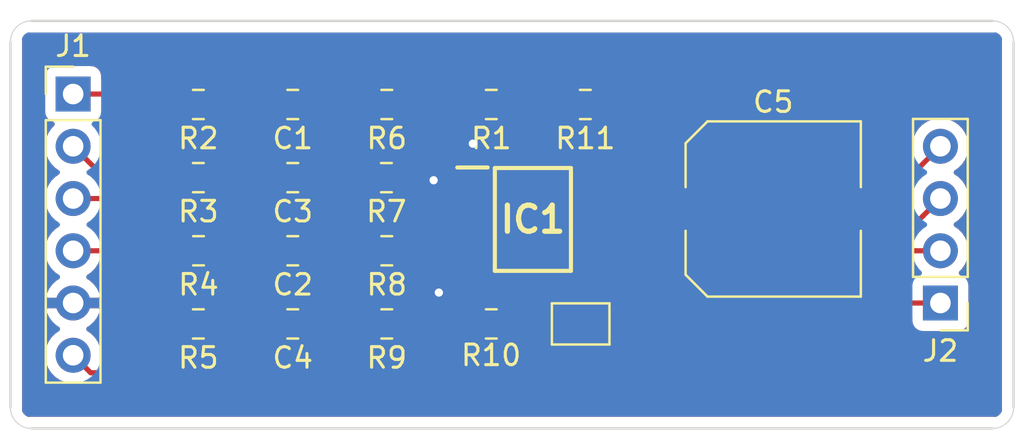
<source format=kicad_pcb>
(kicad_pcb (version 20171130) (host pcbnew "(5.1.5)-3")

  (general
    (thickness 1.6)
    (drawings 8)
    (tracks 101)
    (zones 0)
    (modules 20)
    (nets 24)
  )

  (page A4)
  (title_block
    (title "Mega Drive RGB Bypass")
    (date 2020-03-30)
    (rev 1.0)
    (company xantam)
    (comment 1 circuit-board.de)
  )

  (layers
    (0 F.Cu signal)
    (31 B.Cu signal)
    (32 B.Adhes user)
    (33 F.Adhes user)
    (34 B.Paste user)
    (35 F.Paste user)
    (36 B.SilkS user)
    (37 F.SilkS user)
    (38 B.Mask user)
    (39 F.Mask user)
    (40 Dwgs.User user)
    (41 Cmts.User user)
    (42 Eco1.User user)
    (43 Eco2.User user)
    (44 Edge.Cuts user)
    (45 Margin user)
    (46 B.CrtYd user)
    (47 F.CrtYd user)
    (48 B.Fab user)
    (49 F.Fab user)
  )

  (setup
    (last_trace_width 0.2)
    (user_trace_width 0.2)
    (trace_clearance 0.15)
    (zone_clearance 0.508)
    (zone_45_only no)
    (trace_min 0.15)
    (via_size 0.8)
    (via_drill 0.4)
    (via_min_size 0.4)
    (via_min_drill 0.3)
    (uvia_size 0.3)
    (uvia_drill 0.1)
    (uvias_allowed no)
    (uvia_min_size 0.2)
    (uvia_min_drill 0.1)
    (edge_width 0.05)
    (segment_width 0.2)
    (pcb_text_width 0.3)
    (pcb_text_size 1.5 1.5)
    (mod_edge_width 0.12)
    (mod_text_size 1 1)
    (mod_text_width 0.15)
    (pad_size 1.524 1.524)
    (pad_drill 0.762)
    (pad_to_mask_clearance 0.051)
    (solder_mask_min_width 0.25)
    (aux_axis_origin 0 0)
    (visible_elements 7FFFFFFF)
    (pcbplotparams
      (layerselection 0x010fc_ffffffff)
      (usegerberextensions false)
      (usegerberattributes false)
      (usegerberadvancedattributes false)
      (creategerberjobfile false)
      (excludeedgelayer true)
      (linewidth 0.100000)
      (plotframeref false)
      (viasonmask false)
      (mode 1)
      (useauxorigin false)
      (hpglpennumber 1)
      (hpglpenspeed 20)
      (hpglpendiameter 15.000000)
      (psnegative false)
      (psa4output false)
      (plotreference true)
      (plotvalue true)
      (plotinvisibletext false)
      (padsonsilk false)
      (subtractmaskfromsilk false)
      (outputformat 1)
      (mirror false)
      (drillshape 1)
      (scaleselection 1)
      (outputdirectory ""))
  )

  (net 0 "")
  (net 1 "Net-(C1-Pad2)")
  (net 2 "Net-(C1-Pad1)")
  (net 3 "Net-(C2-Pad2)")
  (net 4 "Net-(C2-Pad1)")
  (net 5 "Net-(C3-Pad1)")
  (net 6 "Net-(C3-Pad2)")
  (net 7 "Net-(C4-Pad1)")
  (net 8 "Net-(C4-Pad2)")
  (net 9 "Net-(C5-Pad1)")
  (net 10 /Sync-75)
  (net 11 GND)
  (net 12 "Net-(IC1-Pad7)")
  (net 13 "Net-(IC1-Pad8)")
  (net 14 "Net-(IC1-Pad9)")
  (net 15 +5V)
  (net 16 /B-Out)
  (net 17 /G-Out)
  (net 18 /R-Out)
  (net 19 "Net-(IC1-Pad14)")
  (net 20 /SYNC-TTL)
  (net 21 /R-In)
  (net 22 /G-In)
  (net 23 /B-In)

  (net_class Default "Dies ist die voreingestellte Netzklasse."
    (clearance 0.15)
    (trace_width 0.15)
    (via_dia 0.8)
    (via_drill 0.4)
    (uvia_dia 0.3)
    (uvia_drill 0.1)
    (add_net +5V)
    (add_net /B-In)
    (add_net /B-Out)
    (add_net /G-In)
    (add_net /G-Out)
    (add_net /R-In)
    (add_net /R-Out)
    (add_net /SYNC-TTL)
    (add_net /Sync-75)
    (add_net GND)
    (add_net "Net-(C1-Pad1)")
    (add_net "Net-(C1-Pad2)")
    (add_net "Net-(C2-Pad1)")
    (add_net "Net-(C2-Pad2)")
    (add_net "Net-(C3-Pad1)")
    (add_net "Net-(C3-Pad2)")
    (add_net "Net-(C4-Pad1)")
    (add_net "Net-(C4-Pad2)")
    (add_net "Net-(C5-Pad1)")
    (add_net "Net-(IC1-Pad14)")
    (add_net "Net-(IC1-Pad7)")
    (add_net "Net-(IC1-Pad8)")
    (add_net "Net-(IC1-Pad9)")
  )

  (module Connector_PinHeader_2.54mm:PinHeader_1x06_P2.54mm_Vertical (layer F.Cu) (tedit 59FED5CC) (tstamp 5E833309)
    (at 104.648 89.408)
    (descr "Through hole straight pin header, 1x06, 2.54mm pitch, single row")
    (tags "Through hole pin header THT 1x06 2.54mm single row")
    (path /5E851CA8)
    (fp_text reference J1 (at 0 -2.33) (layer F.SilkS)
      (effects (font (size 1 1) (thickness 0.15)))
    )
    (fp_text value "RGB In" (at 0 15.03) (layer F.Fab)
      (effects (font (size 1 1) (thickness 0.15)))
    )
    (fp_line (start -0.635 -1.27) (end 1.27 -1.27) (layer F.Fab) (width 0.1))
    (fp_line (start 1.27 -1.27) (end 1.27 13.97) (layer F.Fab) (width 0.1))
    (fp_line (start 1.27 13.97) (end -1.27 13.97) (layer F.Fab) (width 0.1))
    (fp_line (start -1.27 13.97) (end -1.27 -0.635) (layer F.Fab) (width 0.1))
    (fp_line (start -1.27 -0.635) (end -0.635 -1.27) (layer F.Fab) (width 0.1))
    (fp_line (start -1.33 14.03) (end 1.33 14.03) (layer F.SilkS) (width 0.12))
    (fp_line (start -1.33 1.27) (end -1.33 14.03) (layer F.SilkS) (width 0.12))
    (fp_line (start 1.33 1.27) (end 1.33 14.03) (layer F.SilkS) (width 0.12))
    (fp_line (start -1.33 1.27) (end 1.33 1.27) (layer F.SilkS) (width 0.12))
    (fp_line (start -1.33 0) (end -1.33 -1.33) (layer F.SilkS) (width 0.12))
    (fp_line (start -1.33 -1.33) (end 0 -1.33) (layer F.SilkS) (width 0.12))
    (fp_line (start -1.8 -1.8) (end -1.8 14.5) (layer F.CrtYd) (width 0.05))
    (fp_line (start -1.8 14.5) (end 1.8 14.5) (layer F.CrtYd) (width 0.05))
    (fp_line (start 1.8 14.5) (end 1.8 -1.8) (layer F.CrtYd) (width 0.05))
    (fp_line (start 1.8 -1.8) (end -1.8 -1.8) (layer F.CrtYd) (width 0.05))
    (fp_text user %R (at 0 6.35 90) (layer F.Fab)
      (effects (font (size 1 1) (thickness 0.15)))
    )
    (pad 1 thru_hole rect (at 0 0) (size 1.7 1.7) (drill 1) (layers *.Cu *.Mask)
      (net 20 /SYNC-TTL))
    (pad 2 thru_hole oval (at 0 2.54) (size 1.7 1.7) (drill 1) (layers *.Cu *.Mask)
      (net 21 /R-In))
    (pad 3 thru_hole oval (at 0 5.08) (size 1.7 1.7) (drill 1) (layers *.Cu *.Mask)
      (net 22 /G-In))
    (pad 4 thru_hole oval (at 0 7.62) (size 1.7 1.7) (drill 1) (layers *.Cu *.Mask)
      (net 23 /B-In))
    (pad 5 thru_hole oval (at 0 10.16) (size 1.7 1.7) (drill 1) (layers *.Cu *.Mask)
      (net 11 GND))
    (pad 6 thru_hole oval (at 0 12.7) (size 1.7 1.7) (drill 1) (layers *.Cu *.Mask)
      (net 15 +5V))
    (model ${KISYS3DMOD}/Connector_PinHeader_2.54mm.3dshapes/PinHeader_1x06_P2.54mm_Vertical.wrl
      (at (xyz 0 0 0))
      (scale (xyz 1 1 1))
      (rotate (xyz 0 0 0))
    )
  )

  (module Capacitor_SMD:C_Elec_8x6.2 (layer F.Cu) (tedit 5BC8D926) (tstamp 5E832997)
    (at 138.684 94.996)
    (descr "SMD capacitor, aluminum electrolytic nonpolar, 8.0x6.2mm")
    (tags "capacitor electrolyic nonpolar")
    (path /5E83312B)
    (attr smd)
    (fp_text reference C5 (at 0 -5.2) (layer F.SilkS)
      (effects (font (size 1 1) (thickness 0.15)))
    )
    (fp_text value 220uF/16V (at 0 5.2) (layer F.Fab) hide
      (effects (font (size 1 1) (thickness 0.15)))
    )
    (fp_circle (center 0 0) (end 4 0) (layer F.Fab) (width 0.1))
    (fp_line (start 4.15 -4.15) (end 4.15 4.15) (layer F.Fab) (width 0.1))
    (fp_line (start -3.15 -4.15) (end 4.15 -4.15) (layer F.Fab) (width 0.1))
    (fp_line (start -3.15 4.15) (end 4.15 4.15) (layer F.Fab) (width 0.1))
    (fp_line (start -4.15 -3.15) (end -4.15 3.15) (layer F.Fab) (width 0.1))
    (fp_line (start -4.15 -3.15) (end -3.15 -4.15) (layer F.Fab) (width 0.1))
    (fp_line (start -4.15 3.15) (end -3.15 4.15) (layer F.Fab) (width 0.1))
    (fp_line (start 4.26 4.26) (end 4.26 1.06) (layer F.SilkS) (width 0.12))
    (fp_line (start 4.26 -4.26) (end 4.26 -1.06) (layer F.SilkS) (width 0.12))
    (fp_line (start -3.195563 -4.26) (end 4.26 -4.26) (layer F.SilkS) (width 0.12))
    (fp_line (start -3.195563 4.26) (end 4.26 4.26) (layer F.SilkS) (width 0.12))
    (fp_line (start -4.26 3.195563) (end -4.26 1.06) (layer F.SilkS) (width 0.12))
    (fp_line (start -4.26 -3.195563) (end -4.26 -1.06) (layer F.SilkS) (width 0.12))
    (fp_line (start -4.26 -3.195563) (end -3.195563 -4.26) (layer F.SilkS) (width 0.12))
    (fp_line (start -4.26 3.195563) (end -3.195563 4.26) (layer F.SilkS) (width 0.12))
    (fp_line (start 4.4 -4.4) (end 4.4 -1.05) (layer F.CrtYd) (width 0.05))
    (fp_line (start 4.4 -1.05) (end 5.3 -1.05) (layer F.CrtYd) (width 0.05))
    (fp_line (start 5.3 -1.05) (end 5.3 1.05) (layer F.CrtYd) (width 0.05))
    (fp_line (start 5.3 1.05) (end 4.4 1.05) (layer F.CrtYd) (width 0.05))
    (fp_line (start 4.4 1.05) (end 4.4 4.4) (layer F.CrtYd) (width 0.05))
    (fp_line (start -3.25 4.4) (end 4.4 4.4) (layer F.CrtYd) (width 0.05))
    (fp_line (start -3.25 -4.4) (end 4.4 -4.4) (layer F.CrtYd) (width 0.05))
    (fp_line (start -4.4 3.25) (end -3.25 4.4) (layer F.CrtYd) (width 0.05))
    (fp_line (start -4.4 -3.25) (end -3.25 -4.4) (layer F.CrtYd) (width 0.05))
    (fp_line (start -4.4 -3.25) (end -4.4 -1.05) (layer F.CrtYd) (width 0.05))
    (fp_line (start -4.4 1.05) (end -4.4 3.25) (layer F.CrtYd) (width 0.05))
    (fp_line (start -4.4 -1.05) (end -5.3 -1.05) (layer F.CrtYd) (width 0.05))
    (fp_line (start -5.3 -1.05) (end -5.3 1.05) (layer F.CrtYd) (width 0.05))
    (fp_line (start -5.3 1.05) (end -4.4 1.05) (layer F.CrtYd) (width 0.05))
    (fp_text user %R (at 0 0) (layer F.Fab)
      (effects (font (size 1 1) (thickness 0.15)))
    )
    (pad 1 smd roundrect (at -3.0875 0) (size 3.925 1.6) (layers F.Cu F.Paste F.Mask) (roundrect_rratio 0.15625)
      (net 9 "Net-(C5-Pad1)"))
    (pad 2 smd roundrect (at 3.0875 0) (size 3.925 1.6) (layers F.Cu F.Paste F.Mask) (roundrect_rratio 0.15625)
      (net 10 /Sync-75))
    (model ${KISYS3DMOD}/Capacitor_SMD.3dshapes/C_Elec_8x6.2.wrl
      (at (xyz 0 0 0))
      (scale (xyz 1 1 1))
      (rotate (xyz 0 0 0))
    )
  )

  (module Connector_PinHeader_2.54mm:PinHeader_1x04_P2.54mm_Vertical (layer F.Cu) (tedit 59FED5CC) (tstamp 5E830E2D)
    (at 146.812 99.568 180)
    (descr "Through hole straight pin header, 1x04, 2.54mm pitch, single row")
    (tags "Through hole pin header THT 1x04 2.54mm single row")
    (path /5E82FF26)
    (fp_text reference J2 (at 0 -2.33) (layer F.SilkS)
      (effects (font (size 1 1) (thickness 0.15)))
    )
    (fp_text value "RGB Out" (at 0 9.95) (layer F.Fab)
      (effects (font (size 1 1) (thickness 0.15)))
    )
    (fp_text user %R (at 0 3.81 90) (layer F.Fab)
      (effects (font (size 1 1) (thickness 0.15)))
    )
    (fp_line (start 1.8 -1.8) (end -1.8 -1.8) (layer F.CrtYd) (width 0.05))
    (fp_line (start 1.8 9.4) (end 1.8 -1.8) (layer F.CrtYd) (width 0.05))
    (fp_line (start -1.8 9.4) (end 1.8 9.4) (layer F.CrtYd) (width 0.05))
    (fp_line (start -1.8 -1.8) (end -1.8 9.4) (layer F.CrtYd) (width 0.05))
    (fp_line (start -1.33 -1.33) (end 0 -1.33) (layer F.SilkS) (width 0.12))
    (fp_line (start -1.33 0) (end -1.33 -1.33) (layer F.SilkS) (width 0.12))
    (fp_line (start -1.33 1.27) (end 1.33 1.27) (layer F.SilkS) (width 0.12))
    (fp_line (start 1.33 1.27) (end 1.33 8.95) (layer F.SilkS) (width 0.12))
    (fp_line (start -1.33 1.27) (end -1.33 8.95) (layer F.SilkS) (width 0.12))
    (fp_line (start -1.33 8.95) (end 1.33 8.95) (layer F.SilkS) (width 0.12))
    (fp_line (start -1.27 -0.635) (end -0.635 -1.27) (layer F.Fab) (width 0.1))
    (fp_line (start -1.27 8.89) (end -1.27 -0.635) (layer F.Fab) (width 0.1))
    (fp_line (start 1.27 8.89) (end -1.27 8.89) (layer F.Fab) (width 0.1))
    (fp_line (start 1.27 -1.27) (end 1.27 8.89) (layer F.Fab) (width 0.1))
    (fp_line (start -0.635 -1.27) (end 1.27 -1.27) (layer F.Fab) (width 0.1))
    (pad 4 thru_hole oval (at 0 7.62 180) (size 1.7 1.7) (drill 1) (layers *.Cu *.Mask)
      (net 10 /Sync-75))
    (pad 3 thru_hole oval (at 0 5.08 180) (size 1.7 1.7) (drill 1) (layers *.Cu *.Mask)
      (net 18 /R-Out))
    (pad 2 thru_hole oval (at 0 2.54 180) (size 1.7 1.7) (drill 1) (layers *.Cu *.Mask)
      (net 17 /G-Out))
    (pad 1 thru_hole rect (at 0 0 180) (size 1.7 1.7) (drill 1) (layers *.Cu *.Mask)
      (net 16 /B-Out))
    (model ${KISYS3DMOD}/Connector_PinHeader_2.54mm.3dshapes/PinHeader_1x04_P2.54mm_Vertical.wrl
      (at (xyz 0 0 0))
      (scale (xyz 1 1 1))
      (rotate (xyz 0 0 0))
    )
  )

  (module Capacitor_SMD:C_0805_2012Metric_Pad1.15x1.40mm_HandSolder (layer F.Cu) (tedit 5B36C52B) (tstamp 5E830DA7)
    (at 115.325 93.472 180)
    (descr "Capacitor SMD 0805 (2012 Metric), square (rectangular) end terminal, IPC_7351 nominal with elongated pad for handsoldering. (Body size source: https://docs.google.com/spreadsheets/d/1BsfQQcO9C6DZCsRaXUlFlo91Tg2WpOkGARC1WS5S8t0/edit?usp=sharing), generated with kicad-footprint-generator")
    (tags "capacitor handsolder")
    (path /5E827DEB)
    (attr smd)
    (fp_text reference C3 (at 0 -1.65) (layer F.SilkS)
      (effects (font (size 1 1) (thickness 0.15)))
    )
    (fp_text value 0.1uF/50V (at 0 1.65) (layer F.Fab) hide
      (effects (font (size 1 1) (thickness 0.15)))
    )
    (fp_line (start -1 0.6) (end -1 -0.6) (layer F.Fab) (width 0.1))
    (fp_line (start -1 -0.6) (end 1 -0.6) (layer F.Fab) (width 0.1))
    (fp_line (start 1 -0.6) (end 1 0.6) (layer F.Fab) (width 0.1))
    (fp_line (start 1 0.6) (end -1 0.6) (layer F.Fab) (width 0.1))
    (fp_line (start -0.261252 -0.71) (end 0.261252 -0.71) (layer F.SilkS) (width 0.12))
    (fp_line (start -0.261252 0.71) (end 0.261252 0.71) (layer F.SilkS) (width 0.12))
    (fp_line (start -1.85 0.95) (end -1.85 -0.95) (layer F.CrtYd) (width 0.05))
    (fp_line (start -1.85 -0.95) (end 1.85 -0.95) (layer F.CrtYd) (width 0.05))
    (fp_line (start 1.85 -0.95) (end 1.85 0.95) (layer F.CrtYd) (width 0.05))
    (fp_line (start 1.85 0.95) (end -1.85 0.95) (layer F.CrtYd) (width 0.05))
    (fp_text user %R (at 0 0) (layer F.Fab)
      (effects (font (size 0.5 0.5) (thickness 0.08)))
    )
    (pad 1 smd roundrect (at -1.025 0 180) (size 1.15 1.4) (layers F.Cu F.Paste F.Mask) (roundrect_rratio 0.217391)
      (net 5 "Net-(C3-Pad1)"))
    (pad 2 smd roundrect (at 1.025 0 180) (size 1.15 1.4) (layers F.Cu F.Paste F.Mask) (roundrect_rratio 0.217391)
      (net 6 "Net-(C3-Pad2)"))
    (model ${KISYS3DMOD}/Capacitor_SMD.3dshapes/C_0805_2012Metric.wrl
      (at (xyz 0 0 0))
      (scale (xyz 1 1 1))
      (rotate (xyz 0 0 0))
    )
  )

  (module Capacitor_SMD:C_0805_2012Metric_Pad1.15x1.40mm_HandSolder (layer F.Cu) (tedit 5B36C52B) (tstamp 5E830D85)
    (at 115.325 89.916 180)
    (descr "Capacitor SMD 0805 (2012 Metric), square (rectangular) end terminal, IPC_7351 nominal with elongated pad for handsoldering. (Body size source: https://docs.google.com/spreadsheets/d/1BsfQQcO9C6DZCsRaXUlFlo91Tg2WpOkGARC1WS5S8t0/edit?usp=sharing), generated with kicad-footprint-generator")
    (tags "capacitor handsolder")
    (path /5E827865)
    (attr smd)
    (fp_text reference C1 (at 0 -1.65) (layer F.SilkS)
      (effects (font (size 1 1) (thickness 0.15)))
    )
    (fp_text value 0.1uF/50V (at 0 1.65) (layer F.Fab) hide
      (effects (font (size 1 1) (thickness 0.15)))
    )
    (fp_text user %R (at 0 0) (layer F.Fab)
      (effects (font (size 0.5 0.5) (thickness 0.08)))
    )
    (fp_line (start 1.85 0.95) (end -1.85 0.95) (layer F.CrtYd) (width 0.05))
    (fp_line (start 1.85 -0.95) (end 1.85 0.95) (layer F.CrtYd) (width 0.05))
    (fp_line (start -1.85 -0.95) (end 1.85 -0.95) (layer F.CrtYd) (width 0.05))
    (fp_line (start -1.85 0.95) (end -1.85 -0.95) (layer F.CrtYd) (width 0.05))
    (fp_line (start -0.261252 0.71) (end 0.261252 0.71) (layer F.SilkS) (width 0.12))
    (fp_line (start -0.261252 -0.71) (end 0.261252 -0.71) (layer F.SilkS) (width 0.12))
    (fp_line (start 1 0.6) (end -1 0.6) (layer F.Fab) (width 0.1))
    (fp_line (start 1 -0.6) (end 1 0.6) (layer F.Fab) (width 0.1))
    (fp_line (start -1 -0.6) (end 1 -0.6) (layer F.Fab) (width 0.1))
    (fp_line (start -1 0.6) (end -1 -0.6) (layer F.Fab) (width 0.1))
    (pad 2 smd roundrect (at 1.025 0 180) (size 1.15 1.4) (layers F.Cu F.Paste F.Mask) (roundrect_rratio 0.217391)
      (net 1 "Net-(C1-Pad2)"))
    (pad 1 smd roundrect (at -1.025 0 180) (size 1.15 1.4) (layers F.Cu F.Paste F.Mask) (roundrect_rratio 0.217391)
      (net 2 "Net-(C1-Pad1)"))
    (model ${KISYS3DMOD}/Capacitor_SMD.3dshapes/C_0805_2012Metric.wrl
      (at (xyz 0 0 0))
      (scale (xyz 1 1 1))
      (rotate (xyz 0 0 0))
    )
  )

  (module Capacitor_SMD:C_0805_2012Metric_Pad1.15x1.40mm_HandSolder (layer F.Cu) (tedit 5B36C52B) (tstamp 5E830D96)
    (at 115.325 97.028 180)
    (descr "Capacitor SMD 0805 (2012 Metric), square (rectangular) end terminal, IPC_7351 nominal with elongated pad for handsoldering. (Body size source: https://docs.google.com/spreadsheets/d/1BsfQQcO9C6DZCsRaXUlFlo91Tg2WpOkGARC1WS5S8t0/edit?usp=sharing), generated with kicad-footprint-generator")
    (tags "capacitor handsolder")
    (path /5E8283B1)
    (attr smd)
    (fp_text reference C2 (at 0 -1.65) (layer F.SilkS)
      (effects (font (size 1 1) (thickness 0.15)))
    )
    (fp_text value 0.1uF/50V (at 0 1.65) (layer F.Fab) hide
      (effects (font (size 1 1) (thickness 0.15)))
    )
    (fp_text user %R (at 0 0) (layer F.Fab)
      (effects (font (size 0.5 0.5) (thickness 0.08)))
    )
    (fp_line (start 1.85 0.95) (end -1.85 0.95) (layer F.CrtYd) (width 0.05))
    (fp_line (start 1.85 -0.95) (end 1.85 0.95) (layer F.CrtYd) (width 0.05))
    (fp_line (start -1.85 -0.95) (end 1.85 -0.95) (layer F.CrtYd) (width 0.05))
    (fp_line (start -1.85 0.95) (end -1.85 -0.95) (layer F.CrtYd) (width 0.05))
    (fp_line (start -0.261252 0.71) (end 0.261252 0.71) (layer F.SilkS) (width 0.12))
    (fp_line (start -0.261252 -0.71) (end 0.261252 -0.71) (layer F.SilkS) (width 0.12))
    (fp_line (start 1 0.6) (end -1 0.6) (layer F.Fab) (width 0.1))
    (fp_line (start 1 -0.6) (end 1 0.6) (layer F.Fab) (width 0.1))
    (fp_line (start -1 -0.6) (end 1 -0.6) (layer F.Fab) (width 0.1))
    (fp_line (start -1 0.6) (end -1 -0.6) (layer F.Fab) (width 0.1))
    (pad 2 smd roundrect (at 1.025 0 180) (size 1.15 1.4) (layers F.Cu F.Paste F.Mask) (roundrect_rratio 0.217391)
      (net 3 "Net-(C2-Pad2)"))
    (pad 1 smd roundrect (at -1.025 0 180) (size 1.15 1.4) (layers F.Cu F.Paste F.Mask) (roundrect_rratio 0.217391)
      (net 4 "Net-(C2-Pad1)"))
    (model ${KISYS3DMOD}/Capacitor_SMD.3dshapes/C_0805_2012Metric.wrl
      (at (xyz 0 0 0))
      (scale (xyz 1 1 1))
      (rotate (xyz 0 0 0))
    )
  )

  (module Capacitor_SMD:C_0805_2012Metric_Pad1.15x1.40mm_HandSolder (layer F.Cu) (tedit 5B36C52B) (tstamp 5E830DB8)
    (at 115.325 100.584 180)
    (descr "Capacitor SMD 0805 (2012 Metric), square (rectangular) end terminal, IPC_7351 nominal with elongated pad for handsoldering. (Body size source: https://docs.google.com/spreadsheets/d/1BsfQQcO9C6DZCsRaXUlFlo91Tg2WpOkGARC1WS5S8t0/edit?usp=sharing), generated with kicad-footprint-generator")
    (tags "capacitor handsolder")
    (path /5E828680)
    (attr smd)
    (fp_text reference C4 (at 0 -1.65) (layer F.SilkS)
      (effects (font (size 1 1) (thickness 0.15)))
    )
    (fp_text value 0.1uF/50V (at 0 1.65) (layer F.Fab) hide
      (effects (font (size 1 1) (thickness 0.15)))
    )
    (fp_line (start -1 0.6) (end -1 -0.6) (layer F.Fab) (width 0.1))
    (fp_line (start -1 -0.6) (end 1 -0.6) (layer F.Fab) (width 0.1))
    (fp_line (start 1 -0.6) (end 1 0.6) (layer F.Fab) (width 0.1))
    (fp_line (start 1 0.6) (end -1 0.6) (layer F.Fab) (width 0.1))
    (fp_line (start -0.261252 -0.71) (end 0.261252 -0.71) (layer F.SilkS) (width 0.12))
    (fp_line (start -0.261252 0.71) (end 0.261252 0.71) (layer F.SilkS) (width 0.12))
    (fp_line (start -1.85 0.95) (end -1.85 -0.95) (layer F.CrtYd) (width 0.05))
    (fp_line (start -1.85 -0.95) (end 1.85 -0.95) (layer F.CrtYd) (width 0.05))
    (fp_line (start 1.85 -0.95) (end 1.85 0.95) (layer F.CrtYd) (width 0.05))
    (fp_line (start 1.85 0.95) (end -1.85 0.95) (layer F.CrtYd) (width 0.05))
    (fp_text user %R (at 0 0) (layer F.Fab)
      (effects (font (size 0.5 0.5) (thickness 0.08)))
    )
    (pad 1 smd roundrect (at -1.025 0 180) (size 1.15 1.4) (layers F.Cu F.Paste F.Mask) (roundrect_rratio 0.217391)
      (net 7 "Net-(C4-Pad1)"))
    (pad 2 smd roundrect (at 1.025 0 180) (size 1.15 1.4) (layers F.Cu F.Paste F.Mask) (roundrect_rratio 0.217391)
      (net 8 "Net-(C4-Pad2)"))
    (model ${KISYS3DMOD}/Capacitor_SMD.3dshapes/C_0805_2012Metric.wrl
      (at (xyz 0 0 0))
      (scale (xyz 1 1 1))
      (rotate (xyz 0 0 0))
    )
  )

  (module SamacSys_Parts:SOP65P640X120-14N (layer F.Cu) (tedit 0) (tstamp 5E830DFD)
    (at 127 95.504)
    (descr "PW (R-PDSO-G14)")
    (tags "Integrated Circuit")
    (path /5E820E2A)
    (attr smd)
    (fp_text reference IC1 (at 0 0) (layer F.SilkS)
      (effects (font (size 1.27 1.27) (thickness 0.254)))
    )
    (fp_text value THS7374IPWR (at 0 0) (layer F.SilkS) hide
      (effects (font (size 1.27 1.27) (thickness 0.254)))
    )
    (fp_text user %R (at 0 0) (layer F.Fab)
      (effects (font (size 1.27 1.27) (thickness 0.254)))
    )
    (fp_line (start -3.925 -2.8) (end 3.925 -2.8) (layer F.CrtYd) (width 0.05))
    (fp_line (start 3.925 -2.8) (end 3.925 2.8) (layer F.CrtYd) (width 0.05))
    (fp_line (start 3.925 2.8) (end -3.925 2.8) (layer F.CrtYd) (width 0.05))
    (fp_line (start -3.925 2.8) (end -3.925 -2.8) (layer F.CrtYd) (width 0.05))
    (fp_line (start -2.2 -2.5) (end 2.2 -2.5) (layer F.Fab) (width 0.1))
    (fp_line (start 2.2 -2.5) (end 2.2 2.5) (layer F.Fab) (width 0.1))
    (fp_line (start 2.2 2.5) (end -2.2 2.5) (layer F.Fab) (width 0.1))
    (fp_line (start -2.2 2.5) (end -2.2 -2.5) (layer F.Fab) (width 0.1))
    (fp_line (start -2.2 -1.85) (end -1.55 -2.5) (layer F.Fab) (width 0.1))
    (fp_line (start -1.85 -2.5) (end 1.85 -2.5) (layer F.SilkS) (width 0.2))
    (fp_line (start 1.85 -2.5) (end 1.85 2.5) (layer F.SilkS) (width 0.2))
    (fp_line (start 1.85 2.5) (end -1.85 2.5) (layer F.SilkS) (width 0.2))
    (fp_line (start -1.85 2.5) (end -1.85 -2.5) (layer F.SilkS) (width 0.2))
    (fp_line (start -3.675 -2.525) (end -2.2 -2.525) (layer F.SilkS) (width 0.2))
    (pad 1 smd rect (at -2.938 -1.95 90) (size 0.45 1.475) (layers F.Cu F.Paste F.Mask)
      (net 2 "Net-(C1-Pad1)"))
    (pad 2 smd rect (at -2.938 -1.3 90) (size 0.45 1.475) (layers F.Cu F.Paste F.Mask)
      (net 5 "Net-(C3-Pad1)"))
    (pad 3 smd rect (at -2.938 -0.65 90) (size 0.45 1.475) (layers F.Cu F.Paste F.Mask)
      (net 4 "Net-(C2-Pad1)"))
    (pad 4 smd rect (at -2.938 0 90) (size 0.45 1.475) (layers F.Cu F.Paste F.Mask)
      (net 7 "Net-(C4-Pad1)"))
    (pad 5 smd rect (at -2.938 0.65 90) (size 0.45 1.475) (layers F.Cu F.Paste F.Mask)
      (net 11 GND))
    (pad 6 smd rect (at -2.938 1.3 90) (size 0.45 1.475) (layers F.Cu F.Paste F.Mask)
      (net 11 GND))
    (pad 7 smd rect (at -2.938 1.95 90) (size 0.45 1.475) (layers F.Cu F.Paste F.Mask)
      (net 12 "Net-(IC1-Pad7)"))
    (pad 8 smd rect (at 2.938 1.95 90) (size 0.45 1.475) (layers F.Cu F.Paste F.Mask)
      (net 13 "Net-(IC1-Pad8)"))
    (pad 9 smd rect (at 2.938 1.3 90) (size 0.45 1.475) (layers F.Cu F.Paste F.Mask)
      (net 14 "Net-(IC1-Pad9)"))
    (pad 10 smd rect (at 2.938 0.65 90) (size 0.45 1.475) (layers F.Cu F.Paste F.Mask)
      (net 15 +5V))
    (pad 11 smd rect (at 2.938 0 90) (size 0.45 1.475) (layers F.Cu F.Paste F.Mask)
      (net 16 /B-Out))
    (pad 12 smd rect (at 2.938 -0.65 90) (size 0.45 1.475) (layers F.Cu F.Paste F.Mask)
      (net 17 /G-Out))
    (pad 13 smd rect (at 2.938 -1.3 90) (size 0.45 1.475) (layers F.Cu F.Paste F.Mask)
      (net 18 /R-Out))
    (pad 14 smd rect (at 2.938 -1.95 90) (size 0.45 1.475) (layers F.Cu F.Paste F.Mask)
      (net 19 "Net-(IC1-Pad14)"))
    (model C:\Users\Robby\Documents\KiCAD\libs\SamacSys_Parts.3dshapes\THS7374IPWR.stp
      (at (xyz 0 0 0))
      (scale (xyz 1 1 1))
      (rotate (xyz 0 0 0))
    )
  )

  (module Jumper:SolderJumper-2_P1.3mm_Open_TrianglePad1.0x1.5mm (layer F.Cu) (tedit 5A64794F) (tstamp 5E830E3B)
    (at 129.323 100.584)
    (descr "SMD Solder Jumper, 1x1.5mm Triangular Pads, 0.3mm gap, open")
    (tags "solder jumper open")
    (path /5E82469B)
    (attr virtual)
    (fp_text reference JP1 (at 0 -1.8) (layer F.SilkS) hide
      (effects (font (size 1 1) (thickness 0.15)))
    )
    (fp_text value LPF (at 0 1.9) (layer F.Fab)
      (effects (font (size 1 1) (thickness 0.15)))
    )
    (fp_line (start -1.4 1) (end -1.4 -1) (layer F.SilkS) (width 0.12))
    (fp_line (start 1.4 1) (end -1.4 1) (layer F.SilkS) (width 0.12))
    (fp_line (start 1.4 -1) (end 1.4 1) (layer F.SilkS) (width 0.12))
    (fp_line (start -1.4 -1) (end 1.4 -1) (layer F.SilkS) (width 0.12))
    (fp_line (start -1.65 -1.25) (end 1.65 -1.25) (layer F.CrtYd) (width 0.05))
    (fp_line (start -1.65 -1.25) (end -1.65 1.25) (layer F.CrtYd) (width 0.05))
    (fp_line (start 1.65 1.25) (end 1.65 -1.25) (layer F.CrtYd) (width 0.05))
    (fp_line (start 1.65 1.25) (end -1.65 1.25) (layer F.CrtYd) (width 0.05))
    (pad 2 smd custom (at 0.725 0) (size 0.3 0.3) (layers F.Cu F.Mask)
      (net 15 +5V) (zone_connect 2)
      (options (clearance outline) (anchor rect))
      (primitives
        (gr_poly (pts
           (xy -0.65 -0.75) (xy 0.5 -0.75) (xy 0.5 0.75) (xy -0.65 0.75) (xy -0.15 0)
) (width 0))
      ))
    (pad 1 smd custom (at -0.725 0) (size 0.3 0.3) (layers F.Cu F.Mask)
      (net 14 "Net-(IC1-Pad9)") (zone_connect 2)
      (options (clearance outline) (anchor rect))
      (primitives
        (gr_poly (pts
           (xy -0.5 -0.75) (xy 0.5 -0.75) (xy 1 0) (xy 0.5 0.75) (xy -0.5 0.75)
) (width 0))
      ))
  )

  (module Resistor_SMD:R_0805_2012Metric_Pad1.15x1.40mm_HandSolder (layer F.Cu) (tedit 5B36C52B) (tstamp 5E830E4C)
    (at 124.977 89.916 180)
    (descr "Resistor SMD 0805 (2012 Metric), square (rectangular) end terminal, IPC_7351 nominal with elongated pad for handsoldering. (Body size source: https://docs.google.com/spreadsheets/d/1BsfQQcO9C6DZCsRaXUlFlo91Tg2WpOkGARC1WS5S8t0/edit?usp=sharing), generated with kicad-footprint-generator")
    (tags "resistor handsolder")
    (path /5E820B10)
    (attr smd)
    (fp_text reference R1 (at 0 -1.65) (layer F.SilkS)
      (effects (font (size 1 1) (thickness 0.15)))
    )
    (fp_text value 2.20k (at 0 1.65) (layer F.Fab) hide
      (effects (font (size 1 1) (thickness 0.15)))
    )
    (fp_line (start -1 0.6) (end -1 -0.6) (layer F.Fab) (width 0.1))
    (fp_line (start -1 -0.6) (end 1 -0.6) (layer F.Fab) (width 0.1))
    (fp_line (start 1 -0.6) (end 1 0.6) (layer F.Fab) (width 0.1))
    (fp_line (start 1 0.6) (end -1 0.6) (layer F.Fab) (width 0.1))
    (fp_line (start -0.261252 -0.71) (end 0.261252 -0.71) (layer F.SilkS) (width 0.12))
    (fp_line (start -0.261252 0.71) (end 0.261252 0.71) (layer F.SilkS) (width 0.12))
    (fp_line (start -1.85 0.95) (end -1.85 -0.95) (layer F.CrtYd) (width 0.05))
    (fp_line (start -1.85 -0.95) (end 1.85 -0.95) (layer F.CrtYd) (width 0.05))
    (fp_line (start 1.85 -0.95) (end 1.85 0.95) (layer F.CrtYd) (width 0.05))
    (fp_line (start 1.85 0.95) (end -1.85 0.95) (layer F.CrtYd) (width 0.05))
    (fp_text user %R (at 0 0) (layer F.Fab)
      (effects (font (size 0.5 0.5) (thickness 0.08)))
    )
    (pad 1 smd roundrect (at -1.025 0 180) (size 1.15 1.4) (layers F.Cu F.Paste F.Mask) (roundrect_rratio 0.217391)
      (net 15 +5V))
    (pad 2 smd roundrect (at 1.025 0 180) (size 1.15 1.4) (layers F.Cu F.Paste F.Mask) (roundrect_rratio 0.217391)
      (net 20 /SYNC-TTL))
    (model ${KISYS3DMOD}/Resistor_SMD.3dshapes/R_0805_2012Metric.wrl
      (at (xyz 0 0 0))
      (scale (xyz 1 1 1))
      (rotate (xyz 0 0 0))
    )
  )

  (module Resistor_SMD:R_0805_2012Metric_Pad1.15x1.40mm_HandSolder (layer F.Cu) (tedit 5B36C52B) (tstamp 5E830E5D)
    (at 110.735 89.916 180)
    (descr "Resistor SMD 0805 (2012 Metric), square (rectangular) end terminal, IPC_7351 nominal with elongated pad for handsoldering. (Body size source: https://docs.google.com/spreadsheets/d/1BsfQQcO9C6DZCsRaXUlFlo91Tg2WpOkGARC1WS5S8t0/edit?usp=sharing), generated with kicad-footprint-generator")
    (tags "resistor handsolder")
    (path /5E821486)
    (attr smd)
    (fp_text reference R2 (at 0 -1.65) (layer F.SilkS)
      (effects (font (size 1 1) (thickness 0.15)))
    )
    (fp_text value 5.62k (at 0 1.65) (layer F.Fab) hide
      (effects (font (size 1 1) (thickness 0.15)))
    )
    (fp_text user %R (at 0 0) (layer F.Fab)
      (effects (font (size 0.5 0.5) (thickness 0.08)))
    )
    (fp_line (start 1.85 0.95) (end -1.85 0.95) (layer F.CrtYd) (width 0.05))
    (fp_line (start 1.85 -0.95) (end 1.85 0.95) (layer F.CrtYd) (width 0.05))
    (fp_line (start -1.85 -0.95) (end 1.85 -0.95) (layer F.CrtYd) (width 0.05))
    (fp_line (start -1.85 0.95) (end -1.85 -0.95) (layer F.CrtYd) (width 0.05))
    (fp_line (start -0.261252 0.71) (end 0.261252 0.71) (layer F.SilkS) (width 0.12))
    (fp_line (start -0.261252 -0.71) (end 0.261252 -0.71) (layer F.SilkS) (width 0.12))
    (fp_line (start 1 0.6) (end -1 0.6) (layer F.Fab) (width 0.1))
    (fp_line (start 1 -0.6) (end 1 0.6) (layer F.Fab) (width 0.1))
    (fp_line (start -1 -0.6) (end 1 -0.6) (layer F.Fab) (width 0.1))
    (fp_line (start -1 0.6) (end -1 -0.6) (layer F.Fab) (width 0.1))
    (pad 2 smd roundrect (at 1.025 0 180) (size 1.15 1.4) (layers F.Cu F.Paste F.Mask) (roundrect_rratio 0.217391)
      (net 20 /SYNC-TTL))
    (pad 1 smd roundrect (at -1.025 0 180) (size 1.15 1.4) (layers F.Cu F.Paste F.Mask) (roundrect_rratio 0.217391)
      (net 1 "Net-(C1-Pad2)"))
    (model ${KISYS3DMOD}/Resistor_SMD.3dshapes/R_0805_2012Metric.wrl
      (at (xyz 0 0 0))
      (scale (xyz 1 1 1))
      (rotate (xyz 0 0 0))
    )
  )

  (module Resistor_SMD:R_0805_2012Metric_Pad1.15x1.40mm_HandSolder (layer F.Cu) (tedit 5B36C52B) (tstamp 5E830E6E)
    (at 110.735 93.472 180)
    (descr "Resistor SMD 0805 (2012 Metric), square (rectangular) end terminal, IPC_7351 nominal with elongated pad for handsoldering. (Body size source: https://docs.google.com/spreadsheets/d/1BsfQQcO9C6DZCsRaXUlFlo91Tg2WpOkGARC1WS5S8t0/edit?usp=sharing), generated with kicad-footprint-generator")
    (tags "resistor handsolder")
    (path /5E824B18)
    (attr smd)
    (fp_text reference R3 (at 0 -1.65) (layer F.SilkS)
      (effects (font (size 1 1) (thickness 0.15)))
    )
    (fp_text value 5.62k (at 0 1.65) (layer F.Fab) hide
      (effects (font (size 1 1) (thickness 0.15)))
    )
    (fp_line (start -1 0.6) (end -1 -0.6) (layer F.Fab) (width 0.1))
    (fp_line (start -1 -0.6) (end 1 -0.6) (layer F.Fab) (width 0.1))
    (fp_line (start 1 -0.6) (end 1 0.6) (layer F.Fab) (width 0.1))
    (fp_line (start 1 0.6) (end -1 0.6) (layer F.Fab) (width 0.1))
    (fp_line (start -0.261252 -0.71) (end 0.261252 -0.71) (layer F.SilkS) (width 0.12))
    (fp_line (start -0.261252 0.71) (end 0.261252 0.71) (layer F.SilkS) (width 0.12))
    (fp_line (start -1.85 0.95) (end -1.85 -0.95) (layer F.CrtYd) (width 0.05))
    (fp_line (start -1.85 -0.95) (end 1.85 -0.95) (layer F.CrtYd) (width 0.05))
    (fp_line (start 1.85 -0.95) (end 1.85 0.95) (layer F.CrtYd) (width 0.05))
    (fp_line (start 1.85 0.95) (end -1.85 0.95) (layer F.CrtYd) (width 0.05))
    (fp_text user %R (at 0 0) (layer F.Fab)
      (effects (font (size 0.5 0.5) (thickness 0.08)))
    )
    (pad 1 smd roundrect (at -1.025 0 180) (size 1.15 1.4) (layers F.Cu F.Paste F.Mask) (roundrect_rratio 0.217391)
      (net 6 "Net-(C3-Pad2)"))
    (pad 2 smd roundrect (at 1.025 0 180) (size 1.15 1.4) (layers F.Cu F.Paste F.Mask) (roundrect_rratio 0.217391)
      (net 21 /R-In))
    (model ${KISYS3DMOD}/Resistor_SMD.3dshapes/R_0805_2012Metric.wrl
      (at (xyz 0 0 0))
      (scale (xyz 1 1 1))
      (rotate (xyz 0 0 0))
    )
  )

  (module Resistor_SMD:R_0805_2012Metric_Pad1.15x1.40mm_HandSolder (layer F.Cu) (tedit 5B36C52B) (tstamp 5E830E7F)
    (at 110.744 97.028 180)
    (descr "Resistor SMD 0805 (2012 Metric), square (rectangular) end terminal, IPC_7351 nominal with elongated pad for handsoldering. (Body size source: https://docs.google.com/spreadsheets/d/1BsfQQcO9C6DZCsRaXUlFlo91Tg2WpOkGARC1WS5S8t0/edit?usp=sharing), generated with kicad-footprint-generator")
    (tags "resistor handsolder")
    (path /5E825352)
    (attr smd)
    (fp_text reference R4 (at 0 -1.65) (layer F.SilkS)
      (effects (font (size 1 1) (thickness 0.15)))
    )
    (fp_text value 5.62k (at 0 1.65) (layer F.Fab) hide
      (effects (font (size 1 1) (thickness 0.15)))
    )
    (fp_text user %R (at 0 0) (layer F.Fab)
      (effects (font (size 0.5 0.5) (thickness 0.08)))
    )
    (fp_line (start 1.85 0.95) (end -1.85 0.95) (layer F.CrtYd) (width 0.05))
    (fp_line (start 1.85 -0.95) (end 1.85 0.95) (layer F.CrtYd) (width 0.05))
    (fp_line (start -1.85 -0.95) (end 1.85 -0.95) (layer F.CrtYd) (width 0.05))
    (fp_line (start -1.85 0.95) (end -1.85 -0.95) (layer F.CrtYd) (width 0.05))
    (fp_line (start -0.261252 0.71) (end 0.261252 0.71) (layer F.SilkS) (width 0.12))
    (fp_line (start -0.261252 -0.71) (end 0.261252 -0.71) (layer F.SilkS) (width 0.12))
    (fp_line (start 1 0.6) (end -1 0.6) (layer F.Fab) (width 0.1))
    (fp_line (start 1 -0.6) (end 1 0.6) (layer F.Fab) (width 0.1))
    (fp_line (start -1 -0.6) (end 1 -0.6) (layer F.Fab) (width 0.1))
    (fp_line (start -1 0.6) (end -1 -0.6) (layer F.Fab) (width 0.1))
    (pad 2 smd roundrect (at 1.025 0 180) (size 1.15 1.4) (layers F.Cu F.Paste F.Mask) (roundrect_rratio 0.217391)
      (net 22 /G-In))
    (pad 1 smd roundrect (at -1.025 0 180) (size 1.15 1.4) (layers F.Cu F.Paste F.Mask) (roundrect_rratio 0.217391)
      (net 3 "Net-(C2-Pad2)"))
    (model ${KISYS3DMOD}/Resistor_SMD.3dshapes/R_0805_2012Metric.wrl
      (at (xyz 0 0 0))
      (scale (xyz 1 1 1))
      (rotate (xyz 0 0 0))
    )
  )

  (module Resistor_SMD:R_0805_2012Metric_Pad1.15x1.40mm_HandSolder (layer F.Cu) (tedit 5B36C52B) (tstamp 5E830E90)
    (at 110.735 100.584 180)
    (descr "Resistor SMD 0805 (2012 Metric), square (rectangular) end terminal, IPC_7351 nominal with elongated pad for handsoldering. (Body size source: https://docs.google.com/spreadsheets/d/1BsfQQcO9C6DZCsRaXUlFlo91Tg2WpOkGARC1WS5S8t0/edit?usp=sharing), generated with kicad-footprint-generator")
    (tags "resistor handsolder")
    (path /5E8255CE)
    (attr smd)
    (fp_text reference R5 (at 0 -1.65) (layer F.SilkS)
      (effects (font (size 1 1) (thickness 0.15)))
    )
    (fp_text value 5.62k (at 0 1.65) (layer F.Fab) hide
      (effects (font (size 1 1) (thickness 0.15)))
    )
    (fp_line (start -1 0.6) (end -1 -0.6) (layer F.Fab) (width 0.1))
    (fp_line (start -1 -0.6) (end 1 -0.6) (layer F.Fab) (width 0.1))
    (fp_line (start 1 -0.6) (end 1 0.6) (layer F.Fab) (width 0.1))
    (fp_line (start 1 0.6) (end -1 0.6) (layer F.Fab) (width 0.1))
    (fp_line (start -0.261252 -0.71) (end 0.261252 -0.71) (layer F.SilkS) (width 0.12))
    (fp_line (start -0.261252 0.71) (end 0.261252 0.71) (layer F.SilkS) (width 0.12))
    (fp_line (start -1.85 0.95) (end -1.85 -0.95) (layer F.CrtYd) (width 0.05))
    (fp_line (start -1.85 -0.95) (end 1.85 -0.95) (layer F.CrtYd) (width 0.05))
    (fp_line (start 1.85 -0.95) (end 1.85 0.95) (layer F.CrtYd) (width 0.05))
    (fp_line (start 1.85 0.95) (end -1.85 0.95) (layer F.CrtYd) (width 0.05))
    (fp_text user %R (at 0 0) (layer F.Fab)
      (effects (font (size 0.5 0.5) (thickness 0.08)))
    )
    (pad 1 smd roundrect (at -1.025 0 180) (size 1.15 1.4) (layers F.Cu F.Paste F.Mask) (roundrect_rratio 0.217391)
      (net 8 "Net-(C4-Pad2)"))
    (pad 2 smd roundrect (at 1.025 0 180) (size 1.15 1.4) (layers F.Cu F.Paste F.Mask) (roundrect_rratio 0.217391)
      (net 23 /B-In))
    (model ${KISYS3DMOD}/Resistor_SMD.3dshapes/R_0805_2012Metric.wrl
      (at (xyz 0 0 0))
      (scale (xyz 1 1 1))
      (rotate (xyz 0 0 0))
    )
  )

  (module Resistor_SMD:R_0805_2012Metric_Pad1.15x1.40mm_HandSolder (layer F.Cu) (tedit 5B36C52B) (tstamp 5E830EA1)
    (at 119.897 89.916 180)
    (descr "Resistor SMD 0805 (2012 Metric), square (rectangular) end terminal, IPC_7351 nominal with elongated pad for handsoldering. (Body size source: https://docs.google.com/spreadsheets/d/1BsfQQcO9C6DZCsRaXUlFlo91Tg2WpOkGARC1WS5S8t0/edit?usp=sharing), generated with kicad-footprint-generator")
    (tags "resistor handsolder")
    (path /5E826475)
    (attr smd)
    (fp_text reference R6 (at 0 -1.65) (layer F.SilkS)
      (effects (font (size 1 1) (thickness 0.15)))
    )
    (fp_text value 1k (at 0 1.65) (layer F.Fab) hide
      (effects (font (size 1 1) (thickness 0.15)))
    )
    (fp_text user %R (at 0 0) (layer F.Fab)
      (effects (font (size 0.5 0.5) (thickness 0.08)))
    )
    (fp_line (start 1.85 0.95) (end -1.85 0.95) (layer F.CrtYd) (width 0.05))
    (fp_line (start 1.85 -0.95) (end 1.85 0.95) (layer F.CrtYd) (width 0.05))
    (fp_line (start -1.85 -0.95) (end 1.85 -0.95) (layer F.CrtYd) (width 0.05))
    (fp_line (start -1.85 0.95) (end -1.85 -0.95) (layer F.CrtYd) (width 0.05))
    (fp_line (start -0.261252 0.71) (end 0.261252 0.71) (layer F.SilkS) (width 0.12))
    (fp_line (start -0.261252 -0.71) (end 0.261252 -0.71) (layer F.SilkS) (width 0.12))
    (fp_line (start 1 0.6) (end -1 0.6) (layer F.Fab) (width 0.1))
    (fp_line (start 1 -0.6) (end 1 0.6) (layer F.Fab) (width 0.1))
    (fp_line (start -1 -0.6) (end 1 -0.6) (layer F.Fab) (width 0.1))
    (fp_line (start -1 0.6) (end -1 -0.6) (layer F.Fab) (width 0.1))
    (pad 2 smd roundrect (at 1.025 0 180) (size 1.15 1.4) (layers F.Cu F.Paste F.Mask) (roundrect_rratio 0.217391)
      (net 1 "Net-(C1-Pad2)"))
    (pad 1 smd roundrect (at -1.025 0 180) (size 1.15 1.4) (layers F.Cu F.Paste F.Mask) (roundrect_rratio 0.217391)
      (net 11 GND))
    (model ${KISYS3DMOD}/Resistor_SMD.3dshapes/R_0805_2012Metric.wrl
      (at (xyz 0 0 0))
      (scale (xyz 1 1 1))
      (rotate (xyz 0 0 0))
    )
  )

  (module Resistor_SMD:R_0805_2012Metric_Pad1.15x1.40mm_HandSolder (layer F.Cu) (tedit 5B36C52B) (tstamp 5E830EB2)
    (at 119.879 93.472 180)
    (descr "Resistor SMD 0805 (2012 Metric), square (rectangular) end terminal, IPC_7351 nominal with elongated pad for handsoldering. (Body size source: https://docs.google.com/spreadsheets/d/1BsfQQcO9C6DZCsRaXUlFlo91Tg2WpOkGARC1WS5S8t0/edit?usp=sharing), generated with kicad-footprint-generator")
    (tags "resistor handsolder")
    (path /5E826C1B)
    (attr smd)
    (fp_text reference R7 (at 0 -1.65) (layer F.SilkS)
      (effects (font (size 1 1) (thickness 0.15)))
    )
    (fp_text value 1k (at 0 1.65) (layer F.Fab) hide
      (effects (font (size 1 1) (thickness 0.15)))
    )
    (fp_line (start -1 0.6) (end -1 -0.6) (layer F.Fab) (width 0.1))
    (fp_line (start -1 -0.6) (end 1 -0.6) (layer F.Fab) (width 0.1))
    (fp_line (start 1 -0.6) (end 1 0.6) (layer F.Fab) (width 0.1))
    (fp_line (start 1 0.6) (end -1 0.6) (layer F.Fab) (width 0.1))
    (fp_line (start -0.261252 -0.71) (end 0.261252 -0.71) (layer F.SilkS) (width 0.12))
    (fp_line (start -0.261252 0.71) (end 0.261252 0.71) (layer F.SilkS) (width 0.12))
    (fp_line (start -1.85 0.95) (end -1.85 -0.95) (layer F.CrtYd) (width 0.05))
    (fp_line (start -1.85 -0.95) (end 1.85 -0.95) (layer F.CrtYd) (width 0.05))
    (fp_line (start 1.85 -0.95) (end 1.85 0.95) (layer F.CrtYd) (width 0.05))
    (fp_line (start 1.85 0.95) (end -1.85 0.95) (layer F.CrtYd) (width 0.05))
    (fp_text user %R (at 0 0) (layer F.Fab)
      (effects (font (size 0.5 0.5) (thickness 0.08)))
    )
    (pad 1 smd roundrect (at -1.025 0 180) (size 1.15 1.4) (layers F.Cu F.Paste F.Mask) (roundrect_rratio 0.217391)
      (net 11 GND))
    (pad 2 smd roundrect (at 1.025 0 180) (size 1.15 1.4) (layers F.Cu F.Paste F.Mask) (roundrect_rratio 0.217391)
      (net 6 "Net-(C3-Pad2)"))
    (model ${KISYS3DMOD}/Resistor_SMD.3dshapes/R_0805_2012Metric.wrl
      (at (xyz 0 0 0))
      (scale (xyz 1 1 1))
      (rotate (xyz 0 0 0))
    )
  )

  (module Resistor_SMD:R_0805_2012Metric_Pad1.15x1.40mm_HandSolder (layer F.Cu) (tedit 5B36C52B) (tstamp 5E830EC3)
    (at 119.897 97.028 180)
    (descr "Resistor SMD 0805 (2012 Metric), square (rectangular) end terminal, IPC_7351 nominal with elongated pad for handsoldering. (Body size source: https://docs.google.com/spreadsheets/d/1BsfQQcO9C6DZCsRaXUlFlo91Tg2WpOkGARC1WS5S8t0/edit?usp=sharing), generated with kicad-footprint-generator")
    (tags "resistor handsolder")
    (path /5E826FFC)
    (attr smd)
    (fp_text reference R8 (at 0 -1.65) (layer F.SilkS)
      (effects (font (size 1 1) (thickness 0.15)))
    )
    (fp_text value 1k (at 0 1.65) (layer F.Fab) hide
      (effects (font (size 1 1) (thickness 0.15)))
    )
    (fp_text user %R (at 0 0) (layer F.Fab)
      (effects (font (size 0.5 0.5) (thickness 0.08)))
    )
    (fp_line (start 1.85 0.95) (end -1.85 0.95) (layer F.CrtYd) (width 0.05))
    (fp_line (start 1.85 -0.95) (end 1.85 0.95) (layer F.CrtYd) (width 0.05))
    (fp_line (start -1.85 -0.95) (end 1.85 -0.95) (layer F.CrtYd) (width 0.05))
    (fp_line (start -1.85 0.95) (end -1.85 -0.95) (layer F.CrtYd) (width 0.05))
    (fp_line (start -0.261252 0.71) (end 0.261252 0.71) (layer F.SilkS) (width 0.12))
    (fp_line (start -0.261252 -0.71) (end 0.261252 -0.71) (layer F.SilkS) (width 0.12))
    (fp_line (start 1 0.6) (end -1 0.6) (layer F.Fab) (width 0.1))
    (fp_line (start 1 -0.6) (end 1 0.6) (layer F.Fab) (width 0.1))
    (fp_line (start -1 -0.6) (end 1 -0.6) (layer F.Fab) (width 0.1))
    (fp_line (start -1 0.6) (end -1 -0.6) (layer F.Fab) (width 0.1))
    (pad 2 smd roundrect (at 1.025 0 180) (size 1.15 1.4) (layers F.Cu F.Paste F.Mask) (roundrect_rratio 0.217391)
      (net 3 "Net-(C2-Pad2)"))
    (pad 1 smd roundrect (at -1.025 0 180) (size 1.15 1.4) (layers F.Cu F.Paste F.Mask) (roundrect_rratio 0.217391)
      (net 11 GND))
    (model ${KISYS3DMOD}/Resistor_SMD.3dshapes/R_0805_2012Metric.wrl
      (at (xyz 0 0 0))
      (scale (xyz 1 1 1))
      (rotate (xyz 0 0 0))
    )
  )

  (module Resistor_SMD:R_0805_2012Metric_Pad1.15x1.40mm_HandSolder (layer F.Cu) (tedit 5B36C52B) (tstamp 5E830ED4)
    (at 119.897 100.584 180)
    (descr "Resistor SMD 0805 (2012 Metric), square (rectangular) end terminal, IPC_7351 nominal with elongated pad for handsoldering. (Body size source: https://docs.google.com/spreadsheets/d/1BsfQQcO9C6DZCsRaXUlFlo91Tg2WpOkGARC1WS5S8t0/edit?usp=sharing), generated with kicad-footprint-generator")
    (tags "resistor handsolder")
    (path /5E82745B)
    (attr smd)
    (fp_text reference R9 (at 0 -1.65) (layer F.SilkS)
      (effects (font (size 1 1) (thickness 0.15)))
    )
    (fp_text value 1k (at 0 1.65) (layer F.Fab) hide
      (effects (font (size 1 1) (thickness 0.15)))
    )
    (fp_line (start -1 0.6) (end -1 -0.6) (layer F.Fab) (width 0.1))
    (fp_line (start -1 -0.6) (end 1 -0.6) (layer F.Fab) (width 0.1))
    (fp_line (start 1 -0.6) (end 1 0.6) (layer F.Fab) (width 0.1))
    (fp_line (start 1 0.6) (end -1 0.6) (layer F.Fab) (width 0.1))
    (fp_line (start -0.261252 -0.71) (end 0.261252 -0.71) (layer F.SilkS) (width 0.12))
    (fp_line (start -0.261252 0.71) (end 0.261252 0.71) (layer F.SilkS) (width 0.12))
    (fp_line (start -1.85 0.95) (end -1.85 -0.95) (layer F.CrtYd) (width 0.05))
    (fp_line (start -1.85 -0.95) (end 1.85 -0.95) (layer F.CrtYd) (width 0.05))
    (fp_line (start 1.85 -0.95) (end 1.85 0.95) (layer F.CrtYd) (width 0.05))
    (fp_line (start 1.85 0.95) (end -1.85 0.95) (layer F.CrtYd) (width 0.05))
    (fp_text user %R (at 0 0) (layer F.Fab)
      (effects (font (size 0.5 0.5) (thickness 0.08)))
    )
    (pad 1 smd roundrect (at -1.025 0 180) (size 1.15 1.4) (layers F.Cu F.Paste F.Mask) (roundrect_rratio 0.217391)
      (net 11 GND))
    (pad 2 smd roundrect (at 1.025 0 180) (size 1.15 1.4) (layers F.Cu F.Paste F.Mask) (roundrect_rratio 0.217391)
      (net 8 "Net-(C4-Pad2)"))
    (model ${KISYS3DMOD}/Resistor_SMD.3dshapes/R_0805_2012Metric.wrl
      (at (xyz 0 0 0))
      (scale (xyz 1 1 1))
      (rotate (xyz 0 0 0))
    )
  )

  (module Resistor_SMD:R_0805_2012Metric_Pad1.15x1.40mm_HandSolder (layer F.Cu) (tedit 5B36C52B) (tstamp 5E830EE5)
    (at 124.977 100.584)
    (descr "Resistor SMD 0805 (2012 Metric), square (rectangular) end terminal, IPC_7351 nominal with elongated pad for handsoldering. (Body size source: https://docs.google.com/spreadsheets/d/1BsfQQcO9C6DZCsRaXUlFlo91Tg2WpOkGARC1WS5S8t0/edit?usp=sharing), generated with kicad-footprint-generator")
    (tags "resistor handsolder")
    (path /5E827347)
    (attr smd)
    (fp_text reference R10 (at -0.009 1.524) (layer F.SilkS)
      (effects (font (size 1 1) (thickness 0.15)))
    )
    (fp_text value 4.7k (at 0 1.65) (layer F.Fab) hide
      (effects (font (size 1 1) (thickness 0.15)))
    )
    (fp_line (start -1 0.6) (end -1 -0.6) (layer F.Fab) (width 0.1))
    (fp_line (start -1 -0.6) (end 1 -0.6) (layer F.Fab) (width 0.1))
    (fp_line (start 1 -0.6) (end 1 0.6) (layer F.Fab) (width 0.1))
    (fp_line (start 1 0.6) (end -1 0.6) (layer F.Fab) (width 0.1))
    (fp_line (start -0.261252 -0.71) (end 0.261252 -0.71) (layer F.SilkS) (width 0.12))
    (fp_line (start -0.261252 0.71) (end 0.261252 0.71) (layer F.SilkS) (width 0.12))
    (fp_line (start -1.85 0.95) (end -1.85 -0.95) (layer F.CrtYd) (width 0.05))
    (fp_line (start -1.85 -0.95) (end 1.85 -0.95) (layer F.CrtYd) (width 0.05))
    (fp_line (start 1.85 -0.95) (end 1.85 0.95) (layer F.CrtYd) (width 0.05))
    (fp_line (start 1.85 0.95) (end -1.85 0.95) (layer F.CrtYd) (width 0.05))
    (fp_text user %R (at 0 0) (layer F.Fab)
      (effects (font (size 0.5 0.5) (thickness 0.08)))
    )
    (pad 1 smd roundrect (at -1.025 0) (size 1.15 1.4) (layers F.Cu F.Paste F.Mask) (roundrect_rratio 0.217391)
      (net 11 GND))
    (pad 2 smd roundrect (at 1.025 0) (size 1.15 1.4) (layers F.Cu F.Paste F.Mask) (roundrect_rratio 0.217391)
      (net 14 "Net-(IC1-Pad9)"))
    (model ${KISYS3DMOD}/Resistor_SMD.3dshapes/R_0805_2012Metric.wrl
      (at (xyz 0 0 0))
      (scale (xyz 1 1 1))
      (rotate (xyz 0 0 0))
    )
  )

  (module Resistor_SMD:R_0805_2012Metric_Pad1.15x1.40mm_HandSolder (layer F.Cu) (tedit 5B36C52B) (tstamp 5E830EF6)
    (at 129.549 89.916 180)
    (descr "Resistor SMD 0805 (2012 Metric), square (rectangular) end terminal, IPC_7351 nominal with elongated pad for handsoldering. (Body size source: https://docs.google.com/spreadsheets/d/1BsfQQcO9C6DZCsRaXUlFlo91Tg2WpOkGARC1WS5S8t0/edit?usp=sharing), generated with kicad-footprint-generator")
    (tags "resistor handsolder")
    (path /5E832885)
    (attr smd)
    (fp_text reference R11 (at 0 -1.65) (layer F.SilkS)
      (effects (font (size 1 1) (thickness 0.15)))
    )
    (fp_text value 75.0 (at 0 1.65) (layer F.Fab) hide
      (effects (font (size 1 1) (thickness 0.15)))
    )
    (fp_text user %R (at 0 0) (layer F.Fab)
      (effects (font (size 0.5 0.5) (thickness 0.08)))
    )
    (fp_line (start 1.85 0.95) (end -1.85 0.95) (layer F.CrtYd) (width 0.05))
    (fp_line (start 1.85 -0.95) (end 1.85 0.95) (layer F.CrtYd) (width 0.05))
    (fp_line (start -1.85 -0.95) (end 1.85 -0.95) (layer F.CrtYd) (width 0.05))
    (fp_line (start -1.85 0.95) (end -1.85 -0.95) (layer F.CrtYd) (width 0.05))
    (fp_line (start -0.261252 0.71) (end 0.261252 0.71) (layer F.SilkS) (width 0.12))
    (fp_line (start -0.261252 -0.71) (end 0.261252 -0.71) (layer F.SilkS) (width 0.12))
    (fp_line (start 1 0.6) (end -1 0.6) (layer F.Fab) (width 0.1))
    (fp_line (start 1 -0.6) (end 1 0.6) (layer F.Fab) (width 0.1))
    (fp_line (start -1 -0.6) (end 1 -0.6) (layer F.Fab) (width 0.1))
    (fp_line (start -1 0.6) (end -1 -0.6) (layer F.Fab) (width 0.1))
    (pad 2 smd roundrect (at 1.025 0 180) (size 1.15 1.4) (layers F.Cu F.Paste F.Mask) (roundrect_rratio 0.217391)
      (net 19 "Net-(IC1-Pad14)"))
    (pad 1 smd roundrect (at -1.025 0 180) (size 1.15 1.4) (layers F.Cu F.Paste F.Mask) (roundrect_rratio 0.217391)
      (net 9 "Net-(C5-Pad1)"))
    (model ${KISYS3DMOD}/Resistor_SMD.3dshapes/R_0805_2012Metric.wrl
      (at (xyz 0 0 0))
      (scale (xyz 1 1 1))
      (rotate (xyz 0 0 0))
    )
  )

  (gr_arc (start 149.352 86.868) (end 150.368 86.868) (angle -90) (layer Edge.Cuts) (width 0.05) (tstamp 5E833649))
  (gr_arc (start 102.616 86.868) (end 102.616 85.852) (angle -90) (layer Edge.Cuts) (width 0.05) (tstamp 5E833634))
  (gr_arc (start 102.616 104.648) (end 101.6 104.648) (angle -90) (layer Edge.Cuts) (width 0.05) (tstamp 5E833619))
  (gr_arc (start 149.352 104.648) (end 149.352 105.664) (angle -90) (layer Edge.Cuts) (width 0.05))
  (gr_line (start 101.6 104.648) (end 101.6 86.868) (layer Edge.Cuts) (width 0.12))
  (gr_line (start 149.352 105.664) (end 102.616 105.664) (layer Edge.Cuts) (width 0.12))
  (gr_line (start 150.368 86.868) (end 150.368 104.648) (layer Edge.Cuts) (width 0.12))
  (gr_line (start 102.616 85.852) (end 149.352 85.852) (layer Edge.Cuts) (width 0.12))

  (segment (start 112.335 89.916) (end 114.3 89.916) (width 0.25) (layer F.Cu) (net 1))
  (segment (start 111.76 89.916) (end 112.335 89.916) (width 0.25) (layer F.Cu) (net 1))
  (segment (start 118.872 89.216) (end 118.872 89.916) (width 0.25) (layer F.Cu) (net 1))
  (segment (start 118.54699 88.89099) (end 118.872 89.216) (width 0.25) (layer F.Cu) (net 1))
  (segment (start 114.3 89.216) (end 114.62501 88.89099) (width 0.25) (layer F.Cu) (net 1))
  (segment (start 114.62501 88.89099) (end 118.54699 88.89099) (width 0.25) (layer F.Cu) (net 1))
  (segment (start 114.3 89.916) (end 114.3 89.216) (width 0.25) (layer F.Cu) (net 1))
  (segment (start 123.0745 93.554) (end 121.4685 91.948) (width 0.25) (layer F.Cu) (net 2))
  (segment (start 124.062 93.554) (end 123.0745 93.554) (width 0.25) (layer F.Cu) (net 2))
  (segment (start 116.35 90.616) (end 116.35 89.916) (width 0.25) (layer F.Cu) (net 2))
  (segment (start 117.682 91.948) (end 116.35 90.616) (width 0.25) (layer F.Cu) (net 2))
  (segment (start 121.4685 91.948) (end 117.682 91.948) (width 0.25) (layer F.Cu) (net 2))
  (segment (start 112.344 97.028) (end 114.3 97.028) (width 0.25) (layer F.Cu) (net 3))
  (segment (start 111.769 97.028) (end 112.344 97.028) (width 0.25) (layer F.Cu) (net 3))
  (segment (start 118.872 97.728) (end 118.872 97.028) (width 0.25) (layer F.Cu) (net 3))
  (segment (start 114.62501 98.05301) (end 118.54699 98.05301) (width 0.25) (layer F.Cu) (net 3))
  (segment (start 114.3 97.728) (end 114.62501 98.05301) (width 0.25) (layer F.Cu) (net 3))
  (segment (start 118.54699 98.05301) (end 118.872 97.728) (width 0.25) (layer F.Cu) (net 3))
  (segment (start 114.3 97.028) (end 114.3 97.728) (width 0.25) (layer F.Cu) (net 3))
  (segment (start 116.35 96.328) (end 116.35 97.028) (width 0.25) (layer F.Cu) (net 4))
  (segment (start 117.724001 94.953999) (end 116.35 96.328) (width 0.25) (layer F.Cu) (net 4))
  (segment (start 124.062 94.886) (end 123.994001 94.953999) (width 0.25) (layer F.Cu) (net 4))
  (segment (start 123.994001 94.953999) (end 117.724001 94.953999) (width 0.25) (layer F.Cu) (net 4))
  (segment (start 124.062 94.854) (end 124.062 94.886) (width 0.25) (layer F.Cu) (net 4))
  (segment (start 116.35 94.172) (end 116.35 93.472) (width 0.25) (layer F.Cu) (net 5))
  (segment (start 116.67501 94.49701) (end 116.35 94.172) (width 0.25) (layer F.Cu) (net 5))
  (segment (start 122.990489 94.49701) (end 116.67501 94.49701) (width 0.25) (layer F.Cu) (net 5))
  (segment (start 123.283499 94.204) (end 122.990489 94.49701) (width 0.25) (layer F.Cu) (net 5))
  (segment (start 124.062 94.204) (end 123.283499 94.204) (width 0.25) (layer F.Cu) (net 5))
  (segment (start 111.76 93.472) (end 114.3 93.472) (width 0.25) (layer F.Cu) (net 6))
  (segment (start 118.52899 92.44699) (end 118.854 92.772) (width 0.25) (layer F.Cu) (net 6))
  (segment (start 114.62501 92.44699) (end 118.52899 92.44699) (width 0.25) (layer F.Cu) (net 6))
  (segment (start 114.3 92.772) (end 114.62501 92.44699) (width 0.25) (layer F.Cu) (net 6))
  (segment (start 118.854 92.772) (end 118.854 93.472) (width 0.25) (layer F.Cu) (net 6))
  (segment (start 114.3 93.472) (end 114.3 92.772) (width 0.25) (layer F.Cu) (net 6))
  (segment (start 116.925 100.584) (end 116.35 100.584) (width 0.25) (layer F.Cu) (net 7))
  (segment (start 119.77201 97.73699) (end 116.925 100.584) (width 0.25) (layer F.Cu) (net 7))
  (segment (start 119.77201 96.5898) (end 119.77201 97.73699) (width 0.25) (layer F.Cu) (net 7))
  (segment (start 120.85781 95.504) (end 119.77201 96.5898) (width 0.25) (layer F.Cu) (net 7))
  (segment (start 124.062 95.504) (end 120.85781 95.504) (width 0.25) (layer F.Cu) (net 7))
  (segment (start 111.76 100.584) (end 114.3 100.584) (width 0.25) (layer F.Cu) (net 8))
  (segment (start 118.872 101.284) (end 118.872 100.584) (width 0.25) (layer F.Cu) (net 8))
  (segment (start 118.54699 101.60901) (end 118.872 101.284) (width 0.25) (layer F.Cu) (net 8))
  (segment (start 114.62501 101.60901) (end 118.54699 101.60901) (width 0.25) (layer F.Cu) (net 8))
  (segment (start 114.3 101.284) (end 114.62501 101.60901) (width 0.25) (layer F.Cu) (net 8))
  (segment (start 114.3 100.584) (end 114.3 101.284) (width 0.25) (layer F.Cu) (net 8))
  (segment (start 134.954 94.996) (end 135.5965 94.996) (width 0.25) (layer F.Cu) (net 9))
  (segment (start 130.574 90.616) (end 134.954 94.996) (width 0.25) (layer F.Cu) (net 9))
  (segment (start 130.574 89.916) (end 130.574 90.616) (width 0.25) (layer F.Cu) (net 9))
  (segment (start 143.764 94.996) (end 146.812 91.948) (width 0.25) (layer F.Cu) (net 10))
  (segment (start 141.7715 94.996) (end 143.764 94.996) (width 0.25) (layer F.Cu) (net 10))
  (via (at 122.428 99.06) (size 0.8) (drill 0.4) (layers F.Cu B.Cu) (net 11))
  (via (at 122.174 93.599) (size 0.8) (drill 0.4) (layers F.Cu B.Cu) (net 11))
  (via (at 124.079 91.821) (size 0.8) (drill 0.4) (layers F.Cu B.Cu) (net 11))
  (segment (start 121.031 93.599) (end 120.904 93.472) (width 0.2) (layer F.Cu) (net 11))
  (segment (start 122.174 93.599) (end 121.031 93.599) (width 0.2) (layer F.Cu) (net 11))
  (segment (start 124.062 96.154) (end 125.461 96.154) (width 0.2) (layer F.Cu) (net 11))
  (segment (start 124.062 96.804) (end 122.585 96.804) (width 0.2) (layer F.Cu) (net 11))
  (segment (start 126.002 100.584) (end 128.598 100.584) (width 0.25) (layer F.Cu) (net 14))
  (segment (start 126.002 89.916) (end 126.002 93.2055) (width 0.25) (layer F.Cu) (net 15))
  (segment (start 126.002 93.2055) (end 128.9505 96.154) (width 0.25) (layer F.Cu) (net 15))
  (segment (start 128.875499 96.229001) (end 128.9505 96.154) (width 0.25) (layer F.Cu) (net 15))
  (segment (start 128.9505 96.154) (end 129.938 96.154) (width 0.25) (layer F.Cu) (net 15))
  (segment (start 128.875499 98.661499) (end 128.875499 96.229001) (width 0.25) (layer F.Cu) (net 15))
  (segment (start 130.048 99.834) (end 128.875499 98.661499) (width 0.25) (layer F.Cu) (net 15))
  (segment (start 130.048 100.584) (end 130.048 99.834) (width 0.25) (layer F.Cu) (net 15))
  (segment (start 130.048 101.334) (end 130.048 100.584) (width 0.25) (layer F.Cu) (net 15))
  (segment (start 105.497999 102.957999) (end 128.424001 102.957999) (width 0.25) (layer F.Cu) (net 15))
  (segment (start 128.424001 102.957999) (end 130.048 101.334) (width 0.25) (layer F.Cu) (net 15))
  (segment (start 104.648 102.108) (end 105.497999 102.957999) (width 0.25) (layer F.Cu) (net 15))
  (segment (start 134.899502 99.568) (end 145.712 99.568) (width 0.25) (layer F.Cu) (net 16))
  (segment (start 130.835502 95.504) (end 134.899502 99.568) (width 0.25) (layer F.Cu) (net 16))
  (segment (start 145.712 99.568) (end 146.812 99.568) (width 0.25) (layer F.Cu) (net 16))
  (segment (start 129.938 95.504) (end 130.835502 95.504) (width 0.25) (layer F.Cu) (net 16))
  (segment (start 133.009502 97.028) (end 145.609919 97.028) (width 0.25) (layer F.Cu) (net 17))
  (segment (start 145.609919 97.028) (end 146.812 97.028) (width 0.25) (layer F.Cu) (net 17))
  (segment (start 130.835502 94.854) (end 133.009502 97.028) (width 0.25) (layer F.Cu) (net 17))
  (segment (start 129.938 94.854) (end 130.835502 94.854) (width 0.25) (layer F.Cu) (net 17))
  (segment (start 145.962001 95.337999) (end 146.812 94.488) (width 0.25) (layer F.Cu) (net 18))
  (segment (start 132.84251 96.12101) (end 145.17899 96.12101) (width 0.25) (layer F.Cu) (net 18))
  (segment (start 145.17899 96.12101) (end 145.962001 95.337999) (width 0.25) (layer F.Cu) (net 18))
  (segment (start 130.9255 94.204) (end 132.84251 96.12101) (width 0.25) (layer F.Cu) (net 18))
  (segment (start 129.938 94.204) (end 130.9255 94.204) (width 0.25) (layer F.Cu) (net 18))
  (segment (start 128.524 93.1275) (end 128.9505 93.554) (width 0.25) (layer F.Cu) (net 19))
  (segment (start 128.9505 93.554) (end 129.938 93.554) (width 0.25) (layer F.Cu) (net 19))
  (segment (start 128.524 89.916) (end 128.524 93.1275) (width 0.25) (layer F.Cu) (net 19))
  (segment (start 123.128 88.392) (end 123.952 89.216) (width 0.25) (layer F.Cu) (net 20))
  (segment (start 123.952 89.216) (end 123.952 89.916) (width 0.25) (layer F.Cu) (net 20))
  (segment (start 109.71 89.216) (end 110.534 88.392) (width 0.25) (layer F.Cu) (net 20))
  (segment (start 110.534 88.392) (end 123.128 88.392) (width 0.25) (layer F.Cu) (net 20))
  (segment (start 109.71 89.916) (end 109.71 89.216) (width 0.25) (layer F.Cu) (net 20))
  (segment (start 109.202 89.408) (end 109.71 89.916) (width 0.25) (layer F.Cu) (net 20))
  (segment (start 104.648 89.408) (end 109.202 89.408) (width 0.25) (layer F.Cu) (net 20))
  (segment (start 106.172 93.472) (end 109.71 93.472) (width 0.25) (layer F.Cu) (net 21))
  (segment (start 104.648 91.948) (end 106.172 93.472) (width 0.25) (layer F.Cu) (net 21))
  (segment (start 109.719 96.328) (end 109.719 97.028) (width 0.25) (layer F.Cu) (net 22))
  (segment (start 107.879 94.488) (end 109.719 96.328) (width 0.25) (layer F.Cu) (net 22))
  (segment (start 104.648 94.488) (end 107.879 94.488) (width 0.25) (layer F.Cu) (net 22))
  (segment (start 109.71 99.884) (end 109.71 100.584) (width 0.25) (layer F.Cu) (net 23))
  (segment (start 106.854 97.028) (end 109.71 99.884) (width 0.25) (layer F.Cu) (net 23))
  (segment (start 104.648 97.028) (end 106.854 97.028) (width 0.25) (layer F.Cu) (net 23))

  (zone (net 11) (net_name GND) (layer F.Cu) (tstamp 0) (hatch edge 0.508)
    (connect_pads (clearance 0.508))
    (min_thickness 0.254)
    (fill yes (arc_segments 32) (thermal_gap 0.508) (thermal_bridge_width 0.508))
    (polygon
      (pts
        (xy 150.876 106.172) (xy 101.092 106.172) (xy 101.092 84.836) (xy 150.876 84.836)
      )
    )
    (filled_polygon
      (pts
        (xy 149.486457 86.541789) (xy 149.547255 86.574115) (xy 149.600619 86.617639) (xy 149.644512 86.670696) (xy 149.677266 86.731271)
        (xy 149.681695 86.745581) (xy 149.673 86.833866) (xy 149.673001 104.682135) (xy 149.681733 104.770792) (xy 149.678211 104.782458)
        (xy 149.645885 104.843255) (xy 149.602362 104.896618) (xy 149.5493 104.940515) (xy 149.488727 104.973266) (xy 149.474419 104.977695)
        (xy 149.386135 104.969) (xy 102.581865 104.969) (xy 102.493205 104.977732) (xy 102.481542 104.974211) (xy 102.420745 104.941885)
        (xy 102.367382 104.898362) (xy 102.323485 104.8453) (xy 102.290734 104.784727) (xy 102.286305 104.770419) (xy 102.295 104.682135)
        (xy 102.295 88.558) (xy 103.159928 88.558) (xy 103.159928 90.258) (xy 103.172188 90.382482) (xy 103.208498 90.50218)
        (xy 103.267463 90.612494) (xy 103.346815 90.709185) (xy 103.443506 90.788537) (xy 103.55382 90.847502) (xy 103.62638 90.869513)
        (xy 103.494525 91.001368) (xy 103.33201 91.244589) (xy 103.220068 91.514842) (xy 103.163 91.80174) (xy 103.163 92.09426)
        (xy 103.220068 92.381158) (xy 103.33201 92.651411) (xy 103.494525 92.894632) (xy 103.701368 93.101475) (xy 103.87576 93.218)
        (xy 103.701368 93.334525) (xy 103.494525 93.541368) (xy 103.33201 93.784589) (xy 103.220068 94.054842) (xy 103.163 94.34174)
        (xy 103.163 94.63426) (xy 103.220068 94.921158) (xy 103.33201 95.191411) (xy 103.494525 95.434632) (xy 103.701368 95.641475)
        (xy 103.87576 95.758) (xy 103.701368 95.874525) (xy 103.494525 96.081368) (xy 103.33201 96.324589) (xy 103.220068 96.594842)
        (xy 103.163 96.88174) (xy 103.163 97.17426) (xy 103.220068 97.461158) (xy 103.33201 97.731411) (xy 103.494525 97.974632)
        (xy 103.701368 98.181475) (xy 103.883534 98.303195) (xy 103.766645 98.372822) (xy 103.550412 98.567731) (xy 103.376359 98.80108)
        (xy 103.251175 99.063901) (xy 103.206524 99.21111) (xy 103.327845 99.441) (xy 104.521 99.441) (xy 104.521 99.421)
        (xy 104.775 99.421) (xy 104.775 99.441) (xy 105.968155 99.441) (xy 106.089476 99.21111) (xy 106.044825 99.063901)
        (xy 105.919641 98.80108) (xy 105.745588 98.567731) (xy 105.529355 98.372822) (xy 105.412466 98.303195) (xy 105.594632 98.181475)
        (xy 105.801475 97.974632) (xy 105.926178 97.788) (xy 106.539199 97.788) (xy 108.560064 99.808866) (xy 108.513992 99.960745)
        (xy 108.496928 100.133999) (xy 108.496928 101.034001) (xy 108.513992 101.207255) (xy 108.564528 101.373851) (xy 108.646595 101.527387)
        (xy 108.757038 101.661962) (xy 108.891613 101.772405) (xy 109.045149 101.854472) (xy 109.211745 101.905008) (xy 109.384999 101.922072)
        (xy 110.035001 101.922072) (xy 110.208255 101.905008) (xy 110.374851 101.854472) (xy 110.528387 101.772405) (xy 110.662962 101.661962)
        (xy 110.735 101.574184) (xy 110.807038 101.661962) (xy 110.941613 101.772405) (xy 111.095149 101.854472) (xy 111.261745 101.905008)
        (xy 111.434999 101.922072) (xy 112.085001 101.922072) (xy 112.258255 101.905008) (xy 112.424851 101.854472) (xy 112.578387 101.772405)
        (xy 112.712962 101.661962) (xy 112.823405 101.527387) (xy 112.905472 101.373851) (xy 112.914527 101.344) (xy 113.145473 101.344)
        (xy 113.154528 101.373851) (xy 113.236595 101.527387) (xy 113.347038 101.661962) (xy 113.481613 101.772405) (xy 113.635149 101.854472)
        (xy 113.801745 101.905008) (xy 113.851065 101.909866) (xy 114.061206 102.120007) (xy 114.085009 102.149011) (xy 114.144701 102.197999)
        (xy 106.133 102.197999) (xy 106.133 101.96174) (xy 106.075932 101.674842) (xy 105.96399 101.404589) (xy 105.801475 101.161368)
        (xy 105.594632 100.954525) (xy 105.412466 100.832805) (xy 105.529355 100.763178) (xy 105.745588 100.568269) (xy 105.919641 100.33492)
        (xy 106.044825 100.072099) (xy 106.089476 99.92489) (xy 105.968155 99.695) (xy 104.775 99.695) (xy 104.775 99.715)
        (xy 104.521 99.715) (xy 104.521 99.695) (xy 103.327845 99.695) (xy 103.206524 99.92489) (xy 103.251175 100.072099)
        (xy 103.376359 100.33492) (xy 103.550412 100.568269) (xy 103.766645 100.763178) (xy 103.883534 100.832805) (xy 103.701368 100.954525)
        (xy 103.494525 101.161368) (xy 103.33201 101.404589) (xy 103.220068 101.674842) (xy 103.163 101.96174) (xy 103.163 102.25426)
        (xy 103.220068 102.541158) (xy 103.33201 102.811411) (xy 103.494525 103.054632) (xy 103.701368 103.261475) (xy 103.944589 103.42399)
        (xy 104.214842 103.535932) (xy 104.50174 103.593) (xy 104.79426 103.593) (xy 105.019228 103.548251) (xy 105.073722 103.592973)
        (xy 105.205752 103.663545) (xy 105.349013 103.707002) (xy 105.460666 103.717999) (xy 105.460675 103.717999) (xy 105.497998 103.721675)
        (xy 105.535321 103.717999) (xy 128.386679 103.717999) (xy 128.424001 103.721675) (xy 128.461323 103.717999) (xy 128.461334 103.717999)
        (xy 128.572987 103.707002) (xy 128.716248 103.663545) (xy 128.848277 103.592973) (xy 128.964002 103.498) (xy 128.987804 103.468997)
        (xy 130.484731 101.972072) (xy 130.548 101.972072) (xy 130.672482 101.959812) (xy 130.79218 101.923502) (xy 130.902494 101.864537)
        (xy 130.999185 101.785185) (xy 131.078537 101.688494) (xy 131.137502 101.57818) (xy 131.173812 101.458482) (xy 131.186072 101.334)
        (xy 131.186072 99.834) (xy 131.173812 99.709518) (xy 131.137502 99.58982) (xy 131.078537 99.479506) (xy 130.999185 99.382815)
        (xy 130.902494 99.303463) (xy 130.79218 99.244498) (xy 130.672482 99.208188) (xy 130.548 99.195928) (xy 130.48473 99.195928)
        (xy 129.635499 98.346698) (xy 129.635499 98.317072) (xy 130.6755 98.317072) (xy 130.799982 98.304812) (xy 130.91968 98.268502)
        (xy 131.029994 98.209537) (xy 131.126685 98.130185) (xy 131.206037 98.033494) (xy 131.265002 97.92318) (xy 131.301312 97.803482)
        (xy 131.313572 97.679) (xy 131.313572 97.229) (xy 131.303723 97.129) (xy 131.311073 97.054372) (xy 134.335703 100.079003)
        (xy 134.359501 100.108001) (xy 134.388499 100.131799) (xy 134.475225 100.202974) (xy 134.525901 100.230061) (xy 134.607255 100.273546)
        (xy 134.750516 100.317003) (xy 134.862169 100.328) (xy 134.862179 100.328) (xy 134.899502 100.331676) (xy 134.936825 100.328)
        (xy 145.323928 100.328) (xy 145.323928 100.418) (xy 145.336188 100.542482) (xy 145.372498 100.66218) (xy 145.431463 100.772494)
        (xy 145.510815 100.869185) (xy 145.607506 100.948537) (xy 145.71782 101.007502) (xy 145.837518 101.043812) (xy 145.962 101.056072)
        (xy 147.662 101.056072) (xy 147.786482 101.043812) (xy 147.90618 101.007502) (xy 148.016494 100.948537) (xy 148.113185 100.869185)
        (xy 148.192537 100.772494) (xy 148.251502 100.66218) (xy 148.287812 100.542482) (xy 148.300072 100.418) (xy 148.300072 98.718)
        (xy 148.287812 98.593518) (xy 148.251502 98.47382) (xy 148.192537 98.363506) (xy 148.113185 98.266815) (xy 148.016494 98.187463)
        (xy 147.90618 98.128498) (xy 147.83362 98.106487) (xy 147.965475 97.974632) (xy 148.12799 97.731411) (xy 148.239932 97.461158)
        (xy 148.297 97.17426) (xy 148.297 96.88174) (xy 148.239932 96.594842) (xy 148.12799 96.324589) (xy 147.965475 96.081368)
        (xy 147.758632 95.874525) (xy 147.58424 95.758) (xy 147.758632 95.641475) (xy 147.965475 95.434632) (xy 148.12799 95.191411)
        (xy 148.239932 94.921158) (xy 148.297 94.63426) (xy 148.297 94.34174) (xy 148.239932 94.054842) (xy 148.12799 93.784589)
        (xy 147.965475 93.541368) (xy 147.758632 93.334525) (xy 147.58424 93.218) (xy 147.758632 93.101475) (xy 147.965475 92.894632)
        (xy 148.12799 92.651411) (xy 148.239932 92.381158) (xy 148.297 92.09426) (xy 148.297 91.80174) (xy 148.239932 91.514842)
        (xy 148.12799 91.244589) (xy 147.965475 91.001368) (xy 147.758632 90.794525) (xy 147.515411 90.63201) (xy 147.245158 90.520068)
        (xy 146.95826 90.463) (xy 146.66574 90.463) (xy 146.378842 90.520068) (xy 146.108589 90.63201) (xy 145.865368 90.794525)
        (xy 145.658525 91.001368) (xy 145.49601 91.244589) (xy 145.384068 91.514842) (xy 145.327 91.80174) (xy 145.327 92.09426)
        (xy 145.37079 92.314408) (xy 143.977506 93.707693) (xy 143.977386 93.707595) (xy 143.82385 93.625528) (xy 143.657254 93.574992)
        (xy 143.484 93.557928) (xy 140.059 93.557928) (xy 139.885746 93.574992) (xy 139.71915 93.625528) (xy 139.565614 93.707595)
        (xy 139.431038 93.818038) (xy 139.320595 93.952614) (xy 139.238528 94.10615) (xy 139.187992 94.272746) (xy 139.170928 94.446)
        (xy 139.170928 95.36101) (xy 138.197072 95.36101) (xy 138.197072 94.446) (xy 138.180008 94.272746) (xy 138.129472 94.10615)
        (xy 138.047405 93.952614) (xy 137.936962 93.818038) (xy 137.802386 93.707595) (xy 137.64885 93.625528) (xy 137.482254 93.574992)
        (xy 137.309 93.557928) (xy 134.590731 93.557928) (xy 131.723936 90.691135) (xy 131.770008 90.539255) (xy 131.787072 90.366001)
        (xy 131.787072 89.465999) (xy 131.770008 89.292745) (xy 131.719472 89.126149) (xy 131.637405 88.972613) (xy 131.526962 88.838038)
        (xy 131.392387 88.727595) (xy 131.238851 88.645528) (xy 131.072255 88.594992) (xy 130.899001 88.577928) (xy 130.248999 88.577928)
        (xy 130.075745 88.594992) (xy 129.909149 88.645528) (xy 129.755613 88.727595) (xy 129.621038 88.838038) (xy 129.549 88.925816)
        (xy 129.476962 88.838038) (xy 129.342387 88.727595) (xy 129.188851 88.645528) (xy 129.022255 88.594992) (xy 128.849001 88.577928)
        (xy 128.198999 88.577928) (xy 128.025745 88.594992) (xy 127.859149 88.645528) (xy 127.705613 88.727595) (xy 127.571038 88.838038)
        (xy 127.460595 88.972613) (xy 127.378528 89.126149) (xy 127.327992 89.292745) (xy 127.310928 89.465999) (xy 127.310928 90.366001)
        (xy 127.327992 90.539255) (xy 127.378528 90.705851) (xy 127.460595 90.859387) (xy 127.571038 90.993962) (xy 127.705613 91.104405)
        (xy 127.764 91.135614) (xy 127.764001 93.090168) (xy 127.760324 93.1275) (xy 127.764001 93.164833) (xy 127.771684 93.242833)
        (xy 127.774998 93.276485) (xy 127.818454 93.419746) (xy 127.889026 93.551776) (xy 127.95304 93.629776) (xy 127.984 93.667501)
        (xy 128.012998 93.691299) (xy 128.386696 94.064997) (xy 128.410499 94.094001) (xy 128.47685 94.148454) (xy 128.526223 94.188974)
        (xy 128.562428 94.208326) (xy 128.562428 94.429) (xy 128.572277 94.529) (xy 128.562428 94.629) (xy 128.562428 94.691126)
        (xy 126.762 92.890699) (xy 126.762 91.135614) (xy 126.820387 91.104405) (xy 126.954962 90.993962) (xy 127.065405 90.859387)
        (xy 127.147472 90.705851) (xy 127.198008 90.539255) (xy 127.215072 90.366001) (xy 127.215072 89.465999) (xy 127.198008 89.292745)
        (xy 127.147472 89.126149) (xy 127.065405 88.972613) (xy 126.954962 88.838038) (xy 126.820387 88.727595) (xy 126.666851 88.645528)
        (xy 126.500255 88.594992) (xy 126.327001 88.577928) (xy 125.676999 88.577928) (xy 125.503745 88.594992) (xy 125.337149 88.645528)
        (xy 125.183613 88.727595) (xy 125.049038 88.838038) (xy 124.977 88.925816) (xy 124.904962 88.838038) (xy 124.770387 88.727595)
        (xy 124.616851 88.645528) (xy 124.450255 88.594992) (xy 124.400936 88.590135) (xy 123.691803 87.881002) (xy 123.668001 87.851999)
        (xy 123.552276 87.757026) (xy 123.420247 87.686454) (xy 123.276986 87.642997) (xy 123.165333 87.632) (xy 123.165322 87.632)
        (xy 123.128 87.628324) (xy 123.090678 87.632) (xy 110.571323 87.632) (xy 110.534 87.628324) (xy 110.496677 87.632)
        (xy 110.496667 87.632) (xy 110.385014 87.642997) (xy 110.241753 87.686454) (xy 110.109723 87.757026) (xy 110.026083 87.825668)
        (xy 109.993999 87.851999) (xy 109.970201 87.880998) (xy 109.261064 88.590134) (xy 109.211745 88.594992) (xy 109.045149 88.645528)
        (xy 109.040524 88.648) (xy 106.136072 88.648) (xy 106.136072 88.558) (xy 106.123812 88.433518) (xy 106.087502 88.31382)
        (xy 106.028537 88.203506) (xy 105.949185 88.106815) (xy 105.852494 88.027463) (xy 105.74218 87.968498) (xy 105.622482 87.932188)
        (xy 105.498 87.919928) (xy 103.798 87.919928) (xy 103.673518 87.932188) (xy 103.55382 87.968498) (xy 103.443506 88.027463)
        (xy 103.346815 88.106815) (xy 103.267463 88.203506) (xy 103.208498 88.31382) (xy 103.172188 88.433518) (xy 103.159928 88.558)
        (xy 102.295 88.558) (xy 102.295 86.833865) (xy 102.286268 86.745205) (xy 102.289789 86.733543) (xy 102.322115 86.672745)
        (xy 102.365639 86.619381) (xy 102.418696 86.575488) (xy 102.479271 86.542734) (xy 102.493581 86.538305) (xy 102.581865 86.547)
        (xy 149.386135 86.547) (xy 149.474795 86.538268)
      )
    )
    (filled_polygon
      (pts
        (xy 125.462 93.745501) (xy 125.490998 93.769299) (xy 128.1155 96.393802) (xy 128.115499 98.624176) (xy 128.111823 98.661499)
        (xy 128.115499 98.698821) (xy 128.115499 98.698831) (xy 128.126496 98.810484) (xy 128.142261 98.862454) (xy 128.169953 98.953745)
        (xy 128.240525 99.085775) (xy 128.268878 99.120323) (xy 128.330925 99.195928) (xy 128.098 99.195928) (xy 127.973518 99.208188)
        (xy 127.85382 99.244498) (xy 127.743506 99.303463) (xy 127.646815 99.382815) (xy 127.567463 99.479506) (xy 127.508498 99.58982)
        (xy 127.472188 99.709518) (xy 127.460913 99.824) (xy 127.156527 99.824) (xy 127.147472 99.794149) (xy 127.065405 99.640613)
        (xy 126.954962 99.506038) (xy 126.820387 99.395595) (xy 126.666851 99.313528) (xy 126.500255 99.262992) (xy 126.327001 99.245928)
        (xy 125.676999 99.245928) (xy 125.503745 99.262992) (xy 125.337149 99.313528) (xy 125.183613 99.395595) (xy 125.049038 99.506038)
        (xy 125.043658 99.512594) (xy 124.978185 99.432815) (xy 124.881494 99.353463) (xy 124.77118 99.294498) (xy 124.651482 99.258188)
        (xy 124.527 99.245928) (xy 124.23775 99.249) (xy 124.079 99.40775) (xy 124.079 100.457) (xy 124.099 100.457)
        (xy 124.099 100.711) (xy 124.079 100.711) (xy 124.079 101.76025) (xy 124.23775 101.919) (xy 124.527 101.922072)
        (xy 124.651482 101.909812) (xy 124.77118 101.873502) (xy 124.881494 101.814537) (xy 124.978185 101.735185) (xy 125.043658 101.655406)
        (xy 125.049038 101.661962) (xy 125.183613 101.772405) (xy 125.337149 101.854472) (xy 125.503745 101.905008) (xy 125.676999 101.922072)
        (xy 126.327001 101.922072) (xy 126.500255 101.905008) (xy 126.666851 101.854472) (xy 126.820387 101.772405) (xy 126.954962 101.661962)
        (xy 127.065405 101.527387) (xy 127.147472 101.373851) (xy 127.156527 101.344) (xy 127.460913 101.344) (xy 127.472188 101.458482)
        (xy 127.508498 101.57818) (xy 127.567463 101.688494) (xy 127.646815 101.785185) (xy 127.743506 101.864537) (xy 127.85382 101.923502)
        (xy 127.973518 101.959812) (xy 128.098 101.972072) (xy 128.335126 101.972072) (xy 128.1092 102.197999) (xy 119.027299 102.197999)
        (xy 119.086991 102.149011) (xy 119.110794 102.120007) (xy 119.320935 101.909866) (xy 119.370255 101.905008) (xy 119.536851 101.854472)
        (xy 119.690387 101.772405) (xy 119.824962 101.661962) (xy 119.830342 101.655406) (xy 119.895815 101.735185) (xy 119.992506 101.814537)
        (xy 120.10282 101.873502) (xy 120.222518 101.909812) (xy 120.347 101.922072) (xy 120.63625 101.919) (xy 120.795 101.76025)
        (xy 120.795 100.711) (xy 121.049 100.711) (xy 121.049 101.76025) (xy 121.20775 101.919) (xy 121.497 101.922072)
        (xy 121.621482 101.909812) (xy 121.74118 101.873502) (xy 121.851494 101.814537) (xy 121.948185 101.735185) (xy 122.027537 101.638494)
        (xy 122.086502 101.52818) (xy 122.122812 101.408482) (xy 122.135072 101.284) (xy 122.738928 101.284) (xy 122.751188 101.408482)
        (xy 122.787498 101.52818) (xy 122.846463 101.638494) (xy 122.925815 101.735185) (xy 123.022506 101.814537) (xy 123.13282 101.873502)
        (xy 123.252518 101.909812) (xy 123.377 101.922072) (xy 123.66625 101.919) (xy 123.825 101.76025) (xy 123.825 100.711)
        (xy 122.90075 100.711) (xy 122.742 100.86975) (xy 122.738928 101.284) (xy 122.135072 101.284) (xy 122.132 100.86975)
        (xy 121.97325 100.711) (xy 121.049 100.711) (xy 120.795 100.711) (xy 120.775 100.711) (xy 120.775 100.457)
        (xy 120.795 100.457) (xy 120.795 99.40775) (xy 121.049 99.40775) (xy 121.049 100.457) (xy 121.97325 100.457)
        (xy 122.132 100.29825) (xy 122.135072 99.884) (xy 122.738928 99.884) (xy 122.742 100.29825) (xy 122.90075 100.457)
        (xy 123.825 100.457) (xy 123.825 99.40775) (xy 123.66625 99.249) (xy 123.377 99.245928) (xy 123.252518 99.258188)
        (xy 123.13282 99.294498) (xy 123.022506 99.353463) (xy 122.925815 99.432815) (xy 122.846463 99.529506) (xy 122.787498 99.63982)
        (xy 122.751188 99.759518) (xy 122.738928 99.884) (xy 122.135072 99.884) (xy 122.122812 99.759518) (xy 122.086502 99.63982)
        (xy 122.027537 99.529506) (xy 121.948185 99.432815) (xy 121.851494 99.353463) (xy 121.74118 99.294498) (xy 121.621482 99.258188)
        (xy 121.497 99.245928) (xy 121.20775 99.249) (xy 121.049 99.40775) (xy 120.795 99.40775) (xy 120.63625 99.249)
        (xy 120.347 99.245928) (xy 120.222518 99.258188) (xy 120.10282 99.294498) (xy 119.992506 99.353463) (xy 119.895815 99.432815)
        (xy 119.830342 99.512594) (xy 119.824962 99.506038) (xy 119.690387 99.395595) (xy 119.536851 99.313528) (xy 119.370255 99.262992)
        (xy 119.325243 99.258559) (xy 120.22932 98.354482) (xy 120.347 98.366072) (xy 120.63625 98.363) (xy 120.795 98.20425)
        (xy 120.795 97.155) (xy 121.049 97.155) (xy 121.049 98.20425) (xy 121.20775 98.363) (xy 121.497 98.366072)
        (xy 121.621482 98.353812) (xy 121.74118 98.317502) (xy 121.851494 98.258537) (xy 121.948185 98.179185) (xy 122.027537 98.082494)
        (xy 122.086502 97.97218) (xy 122.122812 97.852482) (xy 122.135072 97.728) (xy 122.132 97.31375) (xy 121.97325 97.155)
        (xy 121.049 97.155) (xy 120.795 97.155) (xy 120.775 97.155) (xy 120.775 96.901) (xy 120.795 96.901)
        (xy 120.795 96.881) (xy 121.049 96.881) (xy 121.049 96.901) (xy 121.97325 96.901) (xy 122.132 96.74225)
        (xy 122.135072 96.328) (xy 122.128769 96.264) (xy 122.6895 96.264) (xy 122.6895 96.281002) (xy 122.763657 96.281002)
        (xy 122.738739 96.325979) (xy 122.722029 96.378221) (xy 122.6895 96.41075) (xy 122.696939 96.479) (xy 122.6895 96.54725)
        (xy 122.722029 96.579779) (xy 122.738739 96.632021) (xy 122.799356 96.741436) (xy 122.852057 96.803718) (xy 122.793963 96.874506)
        (xy 122.734998 96.98482) (xy 122.721747 97.028503) (xy 122.6895 97.06075) (xy 122.696591 97.125809) (xy 122.686428 97.229)
        (xy 122.686428 97.679) (xy 122.698688 97.803482) (xy 122.734998 97.92318) (xy 122.793963 98.033494) (xy 122.873315 98.130185)
        (xy 122.970006 98.209537) (xy 123.08032 98.268502) (xy 123.200018 98.304812) (xy 123.3245 98.317072) (xy 124.7995 98.317072)
        (xy 124.923982 98.304812) (xy 125.04368 98.268502) (xy 125.153994 98.209537) (xy 125.250685 98.130185) (xy 125.330037 98.033494)
        (xy 125.389002 97.92318) (xy 125.425312 97.803482) (xy 125.437572 97.679) (xy 125.437572 97.229) (xy 125.427409 97.125809)
        (xy 125.4345 97.06075) (xy 125.402253 97.028503) (xy 125.389002 96.98482) (xy 125.330037 96.874506) (xy 125.271943 96.803718)
        (xy 125.324644 96.741436) (xy 125.385261 96.632021) (xy 125.401971 96.579779) (xy 125.4345 96.54725) (xy 125.427061 96.479)
        (xy 125.4345 96.41075) (xy 125.401971 96.378221) (xy 125.385261 96.325979) (xy 125.324644 96.216564) (xy 125.271943 96.154282)
        (xy 125.330037 96.083494) (xy 125.389002 95.97318) (xy 125.402253 95.929497) (xy 125.4345 95.89725) (xy 125.427409 95.832191)
        (xy 125.437572 95.729) (xy 125.437572 95.279) (xy 125.427723 95.179) (xy 125.437572 95.079) (xy 125.437572 94.629)
        (xy 125.427723 94.529) (xy 125.437572 94.429) (xy 125.437572 93.979) (xy 125.427723 93.879) (xy 125.437572 93.779)
        (xy 125.437572 93.715735)
      )
    )
    (filled_polygon
      (pts
        (xy 122.182708 93.73701) (xy 122.09326 93.73701) (xy 121.955252 93.599002) (xy 122.0447 93.599002)
      )
    )
    (filled_polygon
      (pts
        (xy 121.031 93.345) (xy 121.051 93.345) (xy 121.051 93.599) (xy 121.031 93.599) (xy 121.031 93.619)
        (xy 120.777 93.619) (xy 120.777 93.599) (xy 120.757 93.599) (xy 120.757 93.345) (xy 120.777 93.345)
        (xy 120.777 93.325) (xy 121.031 93.325)
      )
    )
    (filled_polygon
      (pts
        (xy 122.755992 89.292745) (xy 122.738928 89.465999) (xy 122.738928 90.366001) (xy 122.755992 90.539255) (xy 122.806528 90.705851)
        (xy 122.888595 90.859387) (xy 122.999038 90.993962) (xy 123.133613 91.104405) (xy 123.287149 91.186472) (xy 123.453745 91.237008)
        (xy 123.626999 91.254072) (xy 124.277001 91.254072) (xy 124.450255 91.237008) (xy 124.616851 91.186472) (xy 124.770387 91.104405)
        (xy 124.904962 90.993962) (xy 124.977 90.906184) (xy 125.049038 90.993962) (xy 125.183613 91.104405) (xy 125.242 91.135614)
        (xy 125.242001 92.870688) (xy 125.153994 92.798463) (xy 125.04368 92.739498) (xy 124.923982 92.703188) (xy 124.7995 92.690928)
        (xy 123.3245 92.690928) (xy 123.289661 92.694359) (xy 122.032304 91.437003) (xy 122.008501 91.407999) (xy 121.892776 91.313026)
        (xy 121.760747 91.242454) (xy 121.690056 91.22101) (xy 121.74118 91.205502) (xy 121.851494 91.146537) (xy 121.948185 91.067185)
        (xy 122.027537 90.970494) (xy 122.086502 90.86018) (xy 122.122812 90.740482) (xy 122.135072 90.616) (xy 122.132 90.20175)
        (xy 121.97325 90.043) (xy 121.049 90.043) (xy 121.049 90.063) (xy 120.795 90.063) (xy 120.795 90.043)
        (xy 120.775 90.043) (xy 120.775 89.789) (xy 120.795 89.789) (xy 120.795 89.769) (xy 121.049 89.769)
        (xy 121.049 89.789) (xy 121.97325 89.789) (xy 122.132 89.63025) (xy 122.135072 89.216) (xy 122.128769 89.152)
        (xy 122.798686 89.152)
      )
    )
  )
  (zone (net 11) (net_name GND) (layer B.Cu) (tstamp 5E833757) (hatch edge 0.508)
    (connect_pads (clearance 0.508))
    (min_thickness 0.254)
    (fill yes (arc_segments 32) (thermal_gap 0.508) (thermal_bridge_width 0.508))
    (polygon
      (pts
        (xy 150.876 106.172) (xy 101.092 106.172) (xy 101.092 84.836) (xy 150.876 84.836)
      )
    )
    (filled_polygon
      (pts
        (xy 149.486457 86.541789) (xy 149.547255 86.574115) (xy 149.600619 86.617639) (xy 149.644512 86.670696) (xy 149.677266 86.731271)
        (xy 149.681695 86.745581) (xy 149.673 86.833866) (xy 149.673001 104.682135) (xy 149.681733 104.770792) (xy 149.678211 104.782458)
        (xy 149.645885 104.843255) (xy 149.602362 104.896618) (xy 149.5493 104.940515) (xy 149.488727 104.973266) (xy 149.474419 104.977695)
        (xy 149.386135 104.969) (xy 102.581865 104.969) (xy 102.493205 104.977732) (xy 102.481542 104.974211) (xy 102.420745 104.941885)
        (xy 102.367382 104.898362) (xy 102.323485 104.8453) (xy 102.290734 104.784727) (xy 102.286305 104.770419) (xy 102.295 104.682135)
        (xy 102.295 101.96174) (xy 103.163 101.96174) (xy 103.163 102.25426) (xy 103.220068 102.541158) (xy 103.33201 102.811411)
        (xy 103.494525 103.054632) (xy 103.701368 103.261475) (xy 103.944589 103.42399) (xy 104.214842 103.535932) (xy 104.50174 103.593)
        (xy 104.79426 103.593) (xy 105.081158 103.535932) (xy 105.351411 103.42399) (xy 105.594632 103.261475) (xy 105.801475 103.054632)
        (xy 105.96399 102.811411) (xy 106.075932 102.541158) (xy 106.133 102.25426) (xy 106.133 101.96174) (xy 106.075932 101.674842)
        (xy 105.96399 101.404589) (xy 105.801475 101.161368) (xy 105.594632 100.954525) (xy 105.412466 100.832805) (xy 105.529355 100.763178)
        (xy 105.745588 100.568269) (xy 105.919641 100.33492) (xy 106.044825 100.072099) (xy 106.089476 99.92489) (xy 105.968155 99.695)
        (xy 104.775 99.695) (xy 104.775 99.715) (xy 104.521 99.715) (xy 104.521 99.695) (xy 103.327845 99.695)
        (xy 103.206524 99.92489) (xy 103.251175 100.072099) (xy 103.376359 100.33492) (xy 103.550412 100.568269) (xy 103.766645 100.763178)
        (xy 103.883534 100.832805) (xy 103.701368 100.954525) (xy 103.494525 101.161368) (xy 103.33201 101.404589) (xy 103.220068 101.674842)
        (xy 103.163 101.96174) (xy 102.295 101.96174) (xy 102.295 88.558) (xy 103.159928 88.558) (xy 103.159928 90.258)
        (xy 103.172188 90.382482) (xy 103.208498 90.50218) (xy 103.267463 90.612494) (xy 103.346815 90.709185) (xy 103.443506 90.788537)
        (xy 103.55382 90.847502) (xy 103.62638 90.869513) (xy 103.494525 91.001368) (xy 103.33201 91.244589) (xy 103.220068 91.514842)
        (xy 103.163 91.80174) (xy 103.163 92.09426) (xy 103.220068 92.381158) (xy 103.33201 92.651411) (xy 103.494525 92.894632)
        (xy 103.701368 93.101475) (xy 103.87576 93.218) (xy 103.701368 93.334525) (xy 103.494525 93.541368) (xy 103.33201 93.784589)
        (xy 103.220068 94.054842) (xy 103.163 94.34174) (xy 103.163 94.63426) (xy 103.220068 94.921158) (xy 103.33201 95.191411)
        (xy 103.494525 95.434632) (xy 103.701368 95.641475) (xy 103.87576 95.758) (xy 103.701368 95.874525) (xy 103.494525 96.081368)
        (xy 103.33201 96.324589) (xy 103.220068 96.594842) (xy 103.163 96.88174) (xy 103.163 97.17426) (xy 103.220068 97.461158)
        (xy 103.33201 97.731411) (xy 103.494525 97.974632) (xy 103.701368 98.181475) (xy 103.883534 98.303195) (xy 103.766645 98.372822)
        (xy 103.550412 98.567731) (xy 103.376359 98.80108) (xy 103.251175 99.063901) (xy 103.206524 99.21111) (xy 103.327845 99.441)
        (xy 104.521 99.441) (xy 104.521 99.421) (xy 104.775 99.421) (xy 104.775 99.441) (xy 105.968155 99.441)
        (xy 106.089476 99.21111) (xy 106.044825 99.063901) (xy 105.919641 98.80108) (xy 105.857673 98.718) (xy 145.323928 98.718)
        (xy 145.323928 100.418) (xy 145.336188 100.542482) (xy 145.372498 100.66218) (xy 145.431463 100.772494) (xy 145.510815 100.869185)
        (xy 145.607506 100.948537) (xy 145.71782 101.007502) (xy 145.837518 101.043812) (xy 145.962 101.056072) (xy 147.662 101.056072)
        (xy 147.786482 101.043812) (xy 147.90618 101.007502) (xy 148.016494 100.948537) (xy 148.113185 100.869185) (xy 148.192537 100.772494)
        (xy 148.251502 100.66218) (xy 148.287812 100.542482) (xy 148.300072 100.418) (xy 148.300072 98.718) (xy 148.287812 98.593518)
        (xy 148.251502 98.47382) (xy 148.192537 98.363506) (xy 148.113185 98.266815) (xy 148.016494 98.187463) (xy 147.90618 98.128498)
        (xy 147.83362 98.106487) (xy 147.965475 97.974632) (xy 148.12799 97.731411) (xy 148.239932 97.461158) (xy 148.297 97.17426)
        (xy 148.297 96.88174) (xy 148.239932 96.594842) (xy 148.12799 96.324589) (xy 147.965475 96.081368) (xy 147.758632 95.874525)
        (xy 147.58424 95.758) (xy 147.758632 95.641475) (xy 147.965475 95.434632) (xy 148.12799 95.191411) (xy 148.239932 94.921158)
        (xy 148.297 94.63426) (xy 148.297 94.34174) (xy 148.239932 94.054842) (xy 148.12799 93.784589) (xy 147.965475 93.541368)
        (xy 147.758632 93.334525) (xy 147.58424 93.218) (xy 147.758632 93.101475) (xy 147.965475 92.894632) (xy 148.12799 92.651411)
        (xy 148.239932 92.381158) (xy 148.297 92.09426) (xy 148.297 91.80174) (xy 148.239932 91.514842) (xy 148.12799 91.244589)
        (xy 147.965475 91.001368) (xy 147.758632 90.794525) (xy 147.515411 90.63201) (xy 147.245158 90.520068) (xy 146.95826 90.463)
        (xy 146.66574 90.463) (xy 146.378842 90.520068) (xy 146.108589 90.63201) (xy 145.865368 90.794525) (xy 145.658525 91.001368)
        (xy 145.49601 91.244589) (xy 145.384068 91.514842) (xy 145.327 91.80174) (xy 145.327 92.09426) (xy 145.384068 92.381158)
        (xy 145.49601 92.651411) (xy 145.658525 92.894632) (xy 145.865368 93.101475) (xy 146.03976 93.218) (xy 145.865368 93.334525)
        (xy 145.658525 93.541368) (xy 145.49601 93.784589) (xy 145.384068 94.054842) (xy 145.327 94.34174) (xy 145.327 94.63426)
        (xy 145.384068 94.921158) (xy 145.49601 95.191411) (xy 145.658525 95.434632) (xy 145.865368 95.641475) (xy 146.03976 95.758)
        (xy 145.865368 95.874525) (xy 145.658525 96.081368) (xy 145.49601 96.324589) (xy 145.384068 96.594842) (xy 145.327 96.88174)
        (xy 145.327 97.17426) (xy 145.384068 97.461158) (xy 145.49601 97.731411) (xy 145.658525 97.974632) (xy 145.79038 98.106487)
        (xy 145.71782 98.128498) (xy 145.607506 98.187463) (xy 145.510815 98.266815) (xy 145.431463 98.363506) (xy 145.372498 98.47382)
        (xy 145.336188 98.593518) (xy 145.323928 98.718) (xy 105.857673 98.718) (xy 105.745588 98.567731) (xy 105.529355 98.372822)
        (xy 105.412466 98.303195) (xy 105.594632 98.181475) (xy 105.801475 97.974632) (xy 105.96399 97.731411) (xy 106.075932 97.461158)
        (xy 106.133 97.17426) (xy 106.133 96.88174) (xy 106.075932 96.594842) (xy 105.96399 96.324589) (xy 105.801475 96.081368)
        (xy 105.594632 95.874525) (xy 105.42024 95.758) (xy 105.594632 95.641475) (xy 105.801475 95.434632) (xy 105.96399 95.191411)
        (xy 106.075932 94.921158) (xy 106.133 94.63426) (xy 106.133 94.34174) (xy 106.075932 94.054842) (xy 105.96399 93.784589)
        (xy 105.801475 93.541368) (xy 105.594632 93.334525) (xy 105.42024 93.218) (xy 105.594632 93.101475) (xy 105.801475 92.894632)
        (xy 105.96399 92.651411) (xy 106.075932 92.381158) (xy 106.133 92.09426) (xy 106.133 91.80174) (xy 106.075932 91.514842)
        (xy 105.96399 91.244589) (xy 105.801475 91.001368) (xy 105.66962 90.869513) (xy 105.74218 90.847502) (xy 105.852494 90.788537)
        (xy 105.949185 90.709185) (xy 106.028537 90.612494) (xy 106.087502 90.50218) (xy 106.123812 90.382482) (xy 106.136072 90.258)
        (xy 106.136072 88.558) (xy 106.123812 88.433518) (xy 106.087502 88.31382) (xy 106.028537 88.203506) (xy 105.949185 88.106815)
        (xy 105.852494 88.027463) (xy 105.74218 87.968498) (xy 105.622482 87.932188) (xy 105.498 87.919928) (xy 103.798 87.919928)
        (xy 103.673518 87.932188) (xy 103.55382 87.968498) (xy 103.443506 88.027463) (xy 103.346815 88.106815) (xy 103.267463 88.203506)
        (xy 103.208498 88.31382) (xy 103.172188 88.433518) (xy 103.159928 88.558) (xy 102.295 88.558) (xy 102.295 86.833865)
        (xy 102.286268 86.745205) (xy 102.289789 86.733543) (xy 102.322115 86.672745) (xy 102.365639 86.619381) (xy 102.418696 86.575488)
        (xy 102.479271 86.542734) (xy 102.493581 86.538305) (xy 102.581865 86.547) (xy 149.386135 86.547) (xy 149.474795 86.538268)
      )
    )
  )
)

</source>
